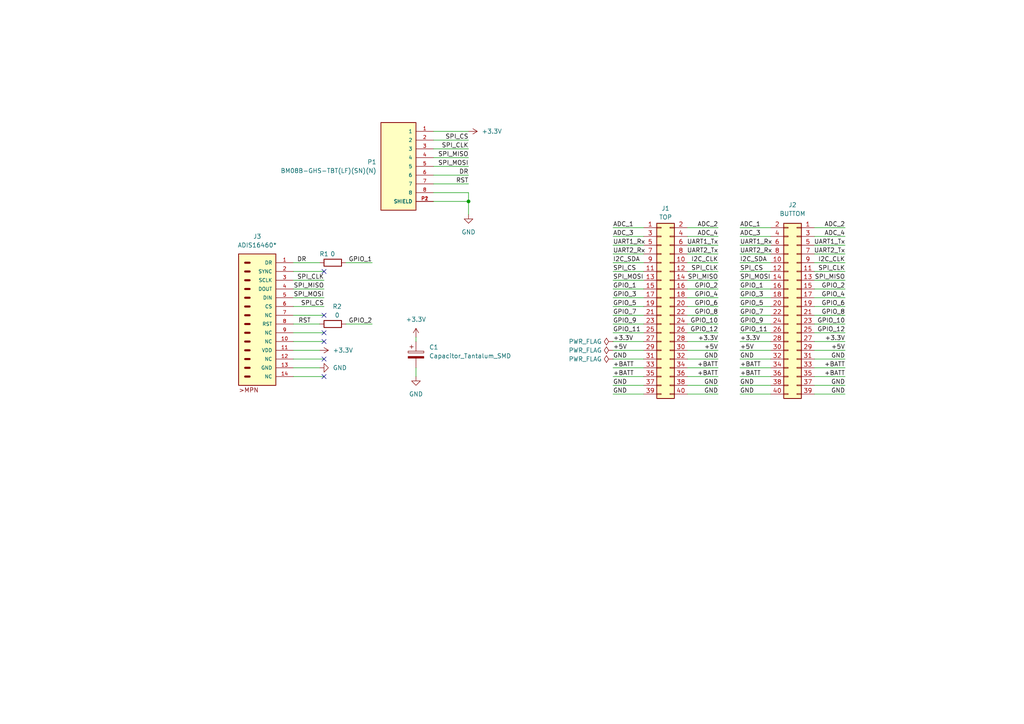
<source format=kicad_sch>
(kicad_sch (version 20230121) (generator eeschema)

  (uuid 988ee502-8596-4ebe-9b99-0eb76e7d156a)

  (paper "A4")

  (lib_symbols
    (symbol "ADIS16460_:ADIS16460*" (pin_names (offset 1.016)) (in_bom yes) (on_board yes)
      (property "Reference" "J" (at 0 0.762 0)
        (effects (font (size 1.27 1.27)) (justify left bottom))
      )
      (property "Value" "ADIS16460*" (at 0 0 0)
        (effects (font (size 1.27 1.27)) (justify bottom))
      )
      (property "Footprint" "ADIS16460" (at 0 0 0)
        (effects (font (size 1.27 1.27)) (justify bottom) hide)
      )
      (property "Datasheet" "" (at 0 0 0)
        (effects (font (size 1.27 1.27)) hide)
      )
      (property "MF" "Analog Devices, Inc." (at 0 0 0)
        (effects (font (size 1.27 1.27)) (justify bottom) hide)
      )
      (property "DKPN" "SAM1129-07-ND" (at 0 0 0)
        (effects (font (size 1.27 1.27)) (justify bottom) hide)
      )
      (property "Package" "None" (at 0 0 0)
        (effects (font (size 1.27 1.27)) (justify bottom) hide)
      )
      (property "MPN" "CLM-107-02" (at 0 0 0)
        (effects (font (size 1.27 1.27)) (justify bottom) hide)
      )
      (property "Price" "None" (at 0 0 0)
        (effects (font (size 1.27 1.27)) (justify bottom) hide)
      )
      (property "Check_prices" "https://www.snapeda.com/parts/ADIS16460/Analog+Devices/view-part/?ref=eda" (at 0 0 0)
        (effects (font (size 1.27 1.27)) (justify bottom) hide)
      )
      (property "MOPN" "" (at 0 0 0)
        (effects (font (size 1.27 1.27)) (justify bottom) hide)
      )
      (property "SnapEDA_Link" "https://www.snapeda.com/parts/ADIS16460/Analog+Devices/view-part/?ref=snap" (at 0 0 0)
        (effects (font (size 1.27 1.27)) (justify bottom) hide)
      )
      (property "MP" "ADIS16460" (at 0 0 0)
        (effects (font (size 1.27 1.27)) (justify bottom) hide)
      )
      (property "Description" "\nInertial Sensor Digital Output 3.3V Automotive 14-Pin MSM LAMINATE Tray\n" (at 0 0 0)
        (effects (font (size 1.27 1.27)) (justify bottom) hide)
      )
      (property "Availability" "In Stock" (at 0 0 0)
        (effects (font (size 1.27 1.27)) (justify bottom) hide)
      )
      (property "MANUFACTURER" "Samtec Inc." (at 0 0 0)
        (effects (font (size 1.27 1.27)) (justify bottom) hide)
      )
      (symbol "ADIS16460*_0_0"
        (polyline
          (pts
            (xy 1.905 -35.56)
            (xy 3.175 -35.56)
          )
          (stroke (width 0.6096) (type default))
          (fill (type none))
        )
        (polyline
          (pts
            (xy 1.905 -33.02)
            (xy 3.175 -33.02)
          )
          (stroke (width 0.6096) (type default))
          (fill (type none))
        )
        (polyline
          (pts
            (xy 1.905 -30.48)
            (xy 3.175 -30.48)
          )
          (stroke (width 0.6096) (type default))
          (fill (type none))
        )
        (polyline
          (pts
            (xy 1.905 -27.94)
            (xy 3.175 -27.94)
          )
          (stroke (width 0.6096) (type default))
          (fill (type none))
        )
        (polyline
          (pts
            (xy 1.905 -25.4)
            (xy 3.175 -25.4)
          )
          (stroke (width 0.6096) (type default))
          (fill (type none))
        )
        (polyline
          (pts
            (xy 1.905 -22.86)
            (xy 3.175 -22.86)
          )
          (stroke (width 0.6096) (type default))
          (fill (type none))
        )
        (polyline
          (pts
            (xy 1.905 -20.32)
            (xy 3.175 -20.32)
          )
          (stroke (width 0.6096) (type default))
          (fill (type none))
        )
        (polyline
          (pts
            (xy 1.905 -17.78)
            (xy 3.175 -17.78)
          )
          (stroke (width 0.6096) (type default))
          (fill (type none))
        )
        (polyline
          (pts
            (xy 1.905 -15.24)
            (xy 3.175 -15.24)
          )
          (stroke (width 0.6096) (type default))
          (fill (type none))
        )
        (polyline
          (pts
            (xy 1.905 -12.7)
            (xy 3.175 -12.7)
          )
          (stroke (width 0.6096) (type default))
          (fill (type none))
        )
        (polyline
          (pts
            (xy 1.905 -10.16)
            (xy 3.175 -10.16)
          )
          (stroke (width 0.6096) (type default))
          (fill (type none))
        )
        (polyline
          (pts
            (xy 1.905 -7.62)
            (xy 3.175 -7.62)
          )
          (stroke (width 0.6096) (type default))
          (fill (type none))
        )
        (polyline
          (pts
            (xy 1.905 -5.08)
            (xy 3.175 -5.08)
          )
          (stroke (width 0.6096) (type default))
          (fill (type none))
        )
        (polyline
          (pts
            (xy 1.905 -2.54)
            (xy 3.175 -2.54)
          )
          (stroke (width 0.6096) (type default))
          (fill (type none))
        )
        (rectangle (start 0 0) (end 10.795 -38.1)
          (stroke (width 0.254) (type default))
          (fill (type background))
        )
        (text ">MPN" (at 0 -38.735 0)
          (effects (font (size 1.27 1.27)) (justify left top))
        )
      )
      (symbol "ADIS16460*_1_0"
        (pin passive line (at 15.875 -2.54 180) (length 5.08)
          (name "DR" (effects (font (size 1.016 1.016))))
          (number "1" (effects (font (size 1.016 1.016))))
        )
        (pin passive line (at 15.875 -25.4 180) (length 5.08)
          (name "NC" (effects (font (size 1.016 1.016))))
          (number "10" (effects (font (size 1.016 1.016))))
        )
        (pin passive line (at 15.875 -27.94 180) (length 5.08)
          (name "VDD" (effects (font (size 1.016 1.016))))
          (number "11" (effects (font (size 1.016 1.016))))
        )
        (pin passive line (at 15.875 -30.48 180) (length 5.08)
          (name "NC" (effects (font (size 1.016 1.016))))
          (number "12" (effects (font (size 1.016 1.016))))
        )
        (pin passive line (at 15.875 -33.02 180) (length 5.08)
          (name "GND" (effects (font (size 1.016 1.016))))
          (number "13" (effects (font (size 1.016 1.016))))
        )
        (pin passive line (at 15.875 -35.56 180) (length 5.08)
          (name "NC" (effects (font (size 1.016 1.016))))
          (number "14" (effects (font (size 1.016 1.016))))
        )
        (pin passive line (at 15.875 -5.08 180) (length 5.08)
          (name "SYNC" (effects (font (size 1.016 1.016))))
          (number "2" (effects (font (size 1.016 1.016))))
        )
        (pin passive line (at 15.875 -7.62 180) (length 5.08)
          (name "SCLK" (effects (font (size 1.016 1.016))))
          (number "3" (effects (font (size 1.016 1.016))))
        )
        (pin passive line (at 15.875 -10.16 180) (length 5.08)
          (name "DOUT" (effects (font (size 1.016 1.016))))
          (number "4" (effects (font (size 1.016 1.016))))
        )
        (pin passive line (at 15.875 -12.7 180) (length 5.08)
          (name "DIN" (effects (font (size 1.016 1.016))))
          (number "5" (effects (font (size 1.016 1.016))))
        )
        (pin passive line (at 15.875 -15.24 180) (length 5.08)
          (name "CS" (effects (font (size 1.016 1.016))))
          (number "6" (effects (font (size 1.016 1.016))))
        )
        (pin passive line (at 15.875 -17.78 180) (length 5.08)
          (name "NC" (effects (font (size 1.016 1.016))))
          (number "7" (effects (font (size 1.016 1.016))))
        )
        (pin passive line (at 15.875 -20.32 180) (length 5.08)
          (name "RST" (effects (font (size 1.016 1.016))))
          (number "8" (effects (font (size 1.016 1.016))))
        )
        (pin passive line (at 15.875 -22.86 180) (length 5.08)
          (name "NC" (effects (font (size 1.016 1.016))))
          (number "9" (effects (font (size 1.016 1.016))))
        )
      )
    )
    (symbol "Connector_Generic:Conn_02x20_Odd_Even" (pin_names (offset 1.016) hide) (in_bom yes) (on_board yes)
      (property "Reference" "J" (at 1.27 25.4 0)
        (effects (font (size 1.27 1.27)))
      )
      (property "Value" "Conn_02x20_Odd_Even" (at 1.27 -27.94 0)
        (effects (font (size 1.27 1.27)))
      )
      (property "Footprint" "" (at 0 0 0)
        (effects (font (size 1.27 1.27)) hide)
      )
      (property "Datasheet" "~" (at 0 0 0)
        (effects (font (size 1.27 1.27)) hide)
      )
      (property "ki_keywords" "connector" (at 0 0 0)
        (effects (font (size 1.27 1.27)) hide)
      )
      (property "ki_description" "Generic connector, double row, 02x20, odd/even pin numbering scheme (row 1 odd numbers, row 2 even numbers), script generated (kicad-library-utils/schlib/autogen/connector/)" (at 0 0 0)
        (effects (font (size 1.27 1.27)) hide)
      )
      (property "ki_fp_filters" "Connector*:*_2x??_*" (at 0 0 0)
        (effects (font (size 1.27 1.27)) hide)
      )
      (symbol "Conn_02x20_Odd_Even_1_1"
        (rectangle (start -1.27 -25.273) (end 0 -25.527)
          (stroke (width 0.1524) (type default))
          (fill (type none))
        )
        (rectangle (start -1.27 -22.733) (end 0 -22.987)
          (stroke (width 0.1524) (type default))
          (fill (type none))
        )
        (rectangle (start -1.27 -20.193) (end 0 -20.447)
          (stroke (width 0.1524) (type default))
          (fill (type none))
        )
        (rectangle (start -1.27 -17.653) (end 0 -17.907)
          (stroke (width 0.1524) (type default))
          (fill (type none))
        )
        (rectangle (start -1.27 -15.113) (end 0 -15.367)
          (stroke (width 0.1524) (type default))
          (fill (type none))
        )
        (rectangle (start -1.27 -12.573) (end 0 -12.827)
          (stroke (width 0.1524) (type default))
          (fill (type none))
        )
        (rectangle (start -1.27 -10.033) (end 0 -10.287)
          (stroke (width 0.1524) (type default))
          (fill (type none))
        )
        (rectangle (start -1.27 -7.493) (end 0 -7.747)
          (stroke (width 0.1524) (type default))
          (fill (type none))
        )
        (rectangle (start -1.27 -4.953) (end 0 -5.207)
          (stroke (width 0.1524) (type default))
          (fill (type none))
        )
        (rectangle (start -1.27 -2.413) (end 0 -2.667)
          (stroke (width 0.1524) (type default))
          (fill (type none))
        )
        (rectangle (start -1.27 0.127) (end 0 -0.127)
          (stroke (width 0.1524) (type default))
          (fill (type none))
        )
        (rectangle (start -1.27 2.667) (end 0 2.413)
          (stroke (width 0.1524) (type default))
          (fill (type none))
        )
        (rectangle (start -1.27 5.207) (end 0 4.953)
          (stroke (width 0.1524) (type default))
          (fill (type none))
        )
        (rectangle (start -1.27 7.747) (end 0 7.493)
          (stroke (width 0.1524) (type default))
          (fill (type none))
        )
        (rectangle (start -1.27 10.287) (end 0 10.033)
          (stroke (width 0.1524) (type default))
          (fill (type none))
        )
        (rectangle (start -1.27 12.827) (end 0 12.573)
          (stroke (width 0.1524) (type default))
          (fill (type none))
        )
        (rectangle (start -1.27 15.367) (end 0 15.113)
          (stroke (width 0.1524) (type default))
          (fill (type none))
        )
        (rectangle (start -1.27 17.907) (end 0 17.653)
          (stroke (width 0.1524) (type default))
          (fill (type none))
        )
        (rectangle (start -1.27 20.447) (end 0 20.193)
          (stroke (width 0.1524) (type default))
          (fill (type none))
        )
        (rectangle (start -1.27 22.987) (end 0 22.733)
          (stroke (width 0.1524) (type default))
          (fill (type none))
        )
        (rectangle (start -1.27 24.13) (end 3.81 -26.67)
          (stroke (width 0.254) (type default))
          (fill (type background))
        )
        (rectangle (start 3.81 -25.273) (end 2.54 -25.527)
          (stroke (width 0.1524) (type default))
          (fill (type none))
        )
        (rectangle (start 3.81 -22.733) (end 2.54 -22.987)
          (stroke (width 0.1524) (type default))
          (fill (type none))
        )
        (rectangle (start 3.81 -20.193) (end 2.54 -20.447)
          (stroke (width 0.1524) (type default))
          (fill (type none))
        )
        (rectangle (start 3.81 -17.653) (end 2.54 -17.907)
          (stroke (width 0.1524) (type default))
          (fill (type none))
        )
        (rectangle (start 3.81 -15.113) (end 2.54 -15.367)
          (stroke (width 0.1524) (type default))
          (fill (type none))
        )
        (rectangle (start 3.81 -12.573) (end 2.54 -12.827)
          (stroke (width 0.1524) (type default))
          (fill (type none))
        )
        (rectangle (start 3.81 -10.033) (end 2.54 -10.287)
          (stroke (width 0.1524) (type default))
          (fill (type none))
        )
        (rectangle (start 3.81 -7.493) (end 2.54 -7.747)
          (stroke (width 0.1524) (type default))
          (fill (type none))
        )
        (rectangle (start 3.81 -4.953) (end 2.54 -5.207)
          (stroke (width 0.1524) (type default))
          (fill (type none))
        )
        (rectangle (start 3.81 -2.413) (end 2.54 -2.667)
          (stroke (width 0.1524) (type default))
          (fill (type none))
        )
        (rectangle (start 3.81 0.127) (end 2.54 -0.127)
          (stroke (width 0.1524) (type default))
          (fill (type none))
        )
        (rectangle (start 3.81 2.667) (end 2.54 2.413)
          (stroke (width 0.1524) (type default))
          (fill (type none))
        )
        (rectangle (start 3.81 5.207) (end 2.54 4.953)
          (stroke (width 0.1524) (type default))
          (fill (type none))
        )
        (rectangle (start 3.81 7.747) (end 2.54 7.493)
          (stroke (width 0.1524) (type default))
          (fill (type none))
        )
        (rectangle (start 3.81 10.287) (end 2.54 10.033)
          (stroke (width 0.1524) (type default))
          (fill (type none))
        )
        (rectangle (start 3.81 12.827) (end 2.54 12.573)
          (stroke (width 0.1524) (type default))
          (fill (type none))
        )
        (rectangle (start 3.81 15.367) (end 2.54 15.113)
          (stroke (width 0.1524) (type default))
          (fill (type none))
        )
        (rectangle (start 3.81 17.907) (end 2.54 17.653)
          (stroke (width 0.1524) (type default))
          (fill (type none))
        )
        (rectangle (start 3.81 20.447) (end 2.54 20.193)
          (stroke (width 0.1524) (type default))
          (fill (type none))
        )
        (rectangle (start 3.81 22.987) (end 2.54 22.733)
          (stroke (width 0.1524) (type default))
          (fill (type none))
        )
        (pin passive line (at -5.08 22.86 0) (length 3.81)
          (name "Pin_1" (effects (font (size 1.27 1.27))))
          (number "1" (effects (font (size 1.27 1.27))))
        )
        (pin passive line (at 7.62 12.7 180) (length 3.81)
          (name "Pin_10" (effects (font (size 1.27 1.27))))
          (number "10" (effects (font (size 1.27 1.27))))
        )
        (pin passive line (at -5.08 10.16 0) (length 3.81)
          (name "Pin_11" (effects (font (size 1.27 1.27))))
          (number "11" (effects (font (size 1.27 1.27))))
        )
        (pin passive line (at 7.62 10.16 180) (length 3.81)
          (name "Pin_12" (effects (font (size 1.27 1.27))))
          (number "12" (effects (font (size 1.27 1.27))))
        )
        (pin passive line (at -5.08 7.62 0) (length 3.81)
          (name "Pin_13" (effects (font (size 1.27 1.27))))
          (number "13" (effects (font (size 1.27 1.27))))
        )
        (pin passive line (at 7.62 7.62 180) (length 3.81)
          (name "Pin_14" (effects (font (size 1.27 1.27))))
          (number "14" (effects (font (size 1.27 1.27))))
        )
        (pin passive line (at -5.08 5.08 0) (length 3.81)
          (name "Pin_15" (effects (font (size 1.27 1.27))))
          (number "15" (effects (font (size 1.27 1.27))))
        )
        (pin passive line (at 7.62 5.08 180) (length 3.81)
          (name "Pin_16" (effects (font (size 1.27 1.27))))
          (number "16" (effects (font (size 1.27 1.27))))
        )
        (pin passive line (at -5.08 2.54 0) (length 3.81)
          (name "Pin_17" (effects (font (size 1.27 1.27))))
          (number "17" (effects (font (size 1.27 1.27))))
        )
        (pin passive line (at 7.62 2.54 180) (length 3.81)
          (name "Pin_18" (effects (font (size 1.27 1.27))))
          (number "18" (effects (font (size 1.27 1.27))))
        )
        (pin passive line (at -5.08 0 0) (length 3.81)
          (name "Pin_19" (effects (font (size 1.27 1.27))))
          (number "19" (effects (font (size 1.27 1.27))))
        )
        (pin passive line (at 7.62 22.86 180) (length 3.81)
          (name "Pin_2" (effects (font (size 1.27 1.27))))
          (number "2" (effects (font (size 1.27 1.27))))
        )
        (pin passive line (at 7.62 0 180) (length 3.81)
          (name "Pin_20" (effects (font (size 1.27 1.27))))
          (number "20" (effects (font (size 1.27 1.27))))
        )
        (pin passive line (at -5.08 -2.54 0) (length 3.81)
          (name "Pin_21" (effects (font (size 1.27 1.27))))
          (number "21" (effects (font (size 1.27 1.27))))
        )
        (pin passive line (at 7.62 -2.54 180) (length 3.81)
          (name "Pin_22" (effects (font (size 1.27 1.27))))
          (number "22" (effects (font (size 1.27 1.27))))
        )
        (pin passive line (at -5.08 -5.08 0) (length 3.81)
          (name "Pin_23" (effects (font (size 1.27 1.27))))
          (number "23" (effects (font (size 1.27 1.27))))
        )
        (pin passive line (at 7.62 -5.08 180) (length 3.81)
          (name "Pin_24" (effects (font (size 1.27 1.27))))
          (number "24" (effects (font (size 1.27 1.27))))
        )
        (pin passive line (at -5.08 -7.62 0) (length 3.81)
          (name "Pin_25" (effects (font (size 1.27 1.27))))
          (number "25" (effects (font (size 1.27 1.27))))
        )
        (pin passive line (at 7.62 -7.62 180) (length 3.81)
          (name "Pin_26" (effects (font (size 1.27 1.27))))
          (number "26" (effects (font (size 1.27 1.27))))
        )
        (pin passive line (at -5.08 -10.16 0) (length 3.81)
          (name "Pin_27" (effects (font (size 1.27 1.27))))
          (number "27" (effects (font (size 1.27 1.27))))
        )
        (pin passive line (at 7.62 -10.16 180) (length 3.81)
          (name "Pin_28" (effects (font (size 1.27 1.27))))
          (number "28" (effects (font (size 1.27 1.27))))
        )
        (pin passive line (at -5.08 -12.7 0) (length 3.81)
          (name "Pin_29" (effects (font (size 1.27 1.27))))
          (number "29" (effects (font (size 1.27 1.27))))
        )
        (pin passive line (at -5.08 20.32 0) (length 3.81)
          (name "Pin_3" (effects (font (size 1.27 1.27))))
          (number "3" (effects (font (size 1.27 1.27))))
        )
        (pin passive line (at 7.62 -12.7 180) (length 3.81)
          (name "Pin_30" (effects (font (size 1.27 1.27))))
          (number "30" (effects (font (size 1.27 1.27))))
        )
        (pin passive line (at -5.08 -15.24 0) (length 3.81)
          (name "Pin_31" (effects (font (size 1.27 1.27))))
          (number "31" (effects (font (size 1.27 1.27))))
        )
        (pin passive line (at 7.62 -15.24 180) (length 3.81)
          (name "Pin_32" (effects (font (size 1.27 1.27))))
          (number "32" (effects (font (size 1.27 1.27))))
        )
        (pin passive line (at -5.08 -17.78 0) (length 3.81)
          (name "Pin_33" (effects (font (size 1.27 1.27))))
          (number "33" (effects (font (size 1.27 1.27))))
        )
        (pin passive line (at 7.62 -17.78 180) (length 3.81)
          (name "Pin_34" (effects (font (size 1.27 1.27))))
          (number "34" (effects (font (size 1.27 1.27))))
        )
        (pin passive line (at -5.08 -20.32 0) (length 3.81)
          (name "Pin_35" (effects (font (size 1.27 1.27))))
          (number "35" (effects (font (size 1.27 1.27))))
        )
        (pin passive line (at 7.62 -20.32 180) (length 3.81)
          (name "Pin_36" (effects (font (size 1.27 1.27))))
          (number "36" (effects (font (size 1.27 1.27))))
        )
        (pin passive line (at -5.08 -22.86 0) (length 3.81)
          (name "Pin_37" (effects (font (size 1.27 1.27))))
          (number "37" (effects (font (size 1.27 1.27))))
        )
        (pin passive line (at 7.62 -22.86 180) (length 3.81)
          (name "Pin_38" (effects (font (size 1.27 1.27))))
          (number "38" (effects (font (size 1.27 1.27))))
        )
        (pin passive line (at -5.08 -25.4 0) (length 3.81)
          (name "Pin_39" (effects (font (size 1.27 1.27))))
          (number "39" (effects (font (size 1.27 1.27))))
        )
        (pin passive line (at 7.62 20.32 180) (length 3.81)
          (name "Pin_4" (effects (font (size 1.27 1.27))))
          (number "4" (effects (font (size 1.27 1.27))))
        )
        (pin passive line (at 7.62 -25.4 180) (length 3.81)
          (name "Pin_40" (effects (font (size 1.27 1.27))))
          (number "40" (effects (font (size 1.27 1.27))))
        )
        (pin passive line (at -5.08 17.78 0) (length 3.81)
          (name "Pin_5" (effects (font (size 1.27 1.27))))
          (number "5" (effects (font (size 1.27 1.27))))
        )
        (pin passive line (at 7.62 17.78 180) (length 3.81)
          (name "Pin_6" (effects (font (size 1.27 1.27))))
          (number "6" (effects (font (size 1.27 1.27))))
        )
        (pin passive line (at -5.08 15.24 0) (length 3.81)
          (name "Pin_7" (effects (font (size 1.27 1.27))))
          (number "7" (effects (font (size 1.27 1.27))))
        )
        (pin passive line (at 7.62 15.24 180) (length 3.81)
          (name "Pin_8" (effects (font (size 1.27 1.27))))
          (number "8" (effects (font (size 1.27 1.27))))
        )
        (pin passive line (at -5.08 12.7 0) (length 3.81)
          (name "Pin_9" (effects (font (size 1.27 1.27))))
          (number "9" (effects (font (size 1.27 1.27))))
        )
      )
    )
    (symbol "Device:C_Polarized" (pin_numbers hide) (pin_names (offset 0.254)) (in_bom yes) (on_board yes)
      (property "Reference" "C" (at 0.635 2.54 0)
        (effects (font (size 1.27 1.27)) (justify left))
      )
      (property "Value" "C_Polarized" (at 0.635 -2.54 0)
        (effects (font (size 1.27 1.27)) (justify left))
      )
      (property "Footprint" "" (at 0.9652 -3.81 0)
        (effects (font (size 1.27 1.27)) hide)
      )
      (property "Datasheet" "~" (at 0 0 0)
        (effects (font (size 1.27 1.27)) hide)
      )
      (property "ki_keywords" "cap capacitor" (at 0 0 0)
        (effects (font (size 1.27 1.27)) hide)
      )
      (property "ki_description" "Polarized capacitor" (at 0 0 0)
        (effects (font (size 1.27 1.27)) hide)
      )
      (property "ki_fp_filters" "CP_*" (at 0 0 0)
        (effects (font (size 1.27 1.27)) hide)
      )
      (symbol "C_Polarized_0_1"
        (rectangle (start -2.286 0.508) (end 2.286 1.016)
          (stroke (width 0) (type default))
          (fill (type none))
        )
        (polyline
          (pts
            (xy -1.778 2.286)
            (xy -0.762 2.286)
          )
          (stroke (width 0) (type default))
          (fill (type none))
        )
        (polyline
          (pts
            (xy -1.27 2.794)
            (xy -1.27 1.778)
          )
          (stroke (width 0) (type default))
          (fill (type none))
        )
        (rectangle (start 2.286 -0.508) (end -2.286 -1.016)
          (stroke (width 0) (type default))
          (fill (type outline))
        )
      )
      (symbol "C_Polarized_1_1"
        (pin passive line (at 0 3.81 270) (length 2.794)
          (name "~" (effects (font (size 1.27 1.27))))
          (number "1" (effects (font (size 1.27 1.27))))
        )
        (pin passive line (at 0 -3.81 90) (length 2.794)
          (name "~" (effects (font (size 1.27 1.27))))
          (number "2" (effects (font (size 1.27 1.27))))
        )
      )
    )
    (symbol "Device:R" (pin_numbers hide) (pin_names (offset 0)) (in_bom yes) (on_board yes)
      (property "Reference" "R" (at 2.032 0 90)
        (effects (font (size 1.27 1.27)))
      )
      (property "Value" "R" (at 0 0 90)
        (effects (font (size 1.27 1.27)))
      )
      (property "Footprint" "" (at -1.778 0 90)
        (effects (font (size 1.27 1.27)) hide)
      )
      (property "Datasheet" "~" (at 0 0 0)
        (effects (font (size 1.27 1.27)) hide)
      )
      (property "ki_keywords" "R res resistor" (at 0 0 0)
        (effects (font (size 1.27 1.27)) hide)
      )
      (property "ki_description" "Resistor" (at 0 0 0)
        (effects (font (size 1.27 1.27)) hide)
      )
      (property "ki_fp_filters" "R_*" (at 0 0 0)
        (effects (font (size 1.27 1.27)) hide)
      )
      (symbol "R_0_1"
        (rectangle (start -1.016 -2.54) (end 1.016 2.54)
          (stroke (width 0.254) (type default))
          (fill (type none))
        )
      )
      (symbol "R_1_1"
        (pin passive line (at 0 3.81 270) (length 1.27)
          (name "~" (effects (font (size 1.27 1.27))))
          (number "1" (effects (font (size 1.27 1.27))))
        )
        (pin passive line (at 0 -3.81 90) (length 1.27)
          (name "~" (effects (font (size 1.27 1.27))))
          (number "2" (effects (font (size 1.27 1.27))))
        )
      )
    )
    (symbol "JST-GHS-1.25-BM08B:BM08B-GHS-TBT(LF)(SN)(N)" (pin_names (offset 1.016)) (in_bom yes) (on_board yes)
      (property "Reference" "P" (at -5.0834 13.2525 0)
        (effects (font (size 1.27 1.27)) (justify left bottom))
      )
      (property "Value" "BM08B-GHS-TBT(LF)(SN)(N)" (at -5.0875 -15.2964 0)
        (effects (font (size 1.27 1.27)) (justify left bottom))
      )
      (property "Footprint" "JST_BM08B-GHS-TBT(LF)(SN)(N)" (at 0 0 0)
        (effects (font (size 1.27 1.27)) (justify bottom) hide)
      )
      (property "Datasheet" "" (at 0 0 0)
        (effects (font (size 1.27 1.27)) hide)
      )
      (property "DESCRIPTION" "Conn Header Gh Top 8pos 1.25mm" (at 0 0 0)
        (effects (font (size 1.27 1.27)) (justify bottom) hide)
      )
      (property "PACKAGE" "None" (at 0 0 0)
        (effects (font (size 1.27 1.27)) (justify bottom) hide)
      )
      (property "PRICE" "0.40 USD" (at 0 0 0)
        (effects (font (size 1.27 1.27)) (justify bottom) hide)
      )
      (property "STANDARD" "Manufacturer recommendation" (at 0 0 0)
        (effects (font (size 1.27 1.27)) (justify bottom) hide)
      )
      (property "MP" "BM08B-GHS-TBT_LF__SN__N_" (at 0 0 0)
        (effects (font (size 1.27 1.27)) (justify bottom) hide)
      )
      (property "AVAILABILITY" "Good" (at 0 0 0)
        (effects (font (size 1.27 1.27)) (justify bottom) hide)
      )
      (property "MANUFACTURER" "JST" (at 0 0 0)
        (effects (font (size 1.27 1.27)) (justify bottom) hide)
      )
      (symbol "BM08B-GHS-TBT(LF)(SN)(N)_0_0"
        (rectangle (start -5.08 -12.7) (end 5.08 12.7)
          (stroke (width 0.254) (type default))
          (fill (type background))
        )
        (pin passive line (at -10.16 10.16 0) (length 5.08)
          (name "1" (effects (font (size 1.016 1.016))))
          (number "1" (effects (font (size 1.016 1.016))))
        )
        (pin passive line (at -10.16 7.62 0) (length 5.08)
          (name "2" (effects (font (size 1.016 1.016))))
          (number "2" (effects (font (size 1.016 1.016))))
        )
        (pin passive line (at -10.16 5.08 0) (length 5.08)
          (name "3" (effects (font (size 1.016 1.016))))
          (number "3" (effects (font (size 1.016 1.016))))
        )
        (pin passive line (at -10.16 2.54 0) (length 5.08)
          (name "4" (effects (font (size 1.016 1.016))))
          (number "4" (effects (font (size 1.016 1.016))))
        )
        (pin passive line (at -10.16 0 0) (length 5.08)
          (name "5" (effects (font (size 1.016 1.016))))
          (number "5" (effects (font (size 1.016 1.016))))
        )
        (pin passive line (at -10.16 -2.54 0) (length 5.08)
          (name "6" (effects (font (size 1.016 1.016))))
          (number "6" (effects (font (size 1.016 1.016))))
        )
        (pin passive line (at -10.16 -5.08 0) (length 5.08)
          (name "7" (effects (font (size 1.016 1.016))))
          (number "7" (effects (font (size 1.016 1.016))))
        )
        (pin passive line (at -10.16 -7.62 0) (length 5.08)
          (name "8" (effects (font (size 1.016 1.016))))
          (number "8" (effects (font (size 1.016 1.016))))
        )
        (pin passive line (at -10.16 -10.16 0) (length 5.08)
          (name "SHIELD" (effects (font (size 1.016 1.016))))
          (number "P1" (effects (font (size 1.016 1.016))))
        )
        (pin passive line (at -10.16 -10.16 0) (length 5.08)
          (name "SHIELD" (effects (font (size 1.016 1.016))))
          (number "P2" (effects (font (size 1.016 1.016))))
        )
      )
    )
    (symbol "power:+3.3V" (power) (pin_names (offset 0)) (in_bom yes) (on_board yes)
      (property "Reference" "#PWR" (at 0 -3.81 0)
        (effects (font (size 1.27 1.27)) hide)
      )
      (property "Value" "+3.3V" (at 0 3.556 0)
        (effects (font (size 1.27 1.27)))
      )
      (property "Footprint" "" (at 0 0 0)
        (effects (font (size 1.27 1.27)) hide)
      )
      (property "Datasheet" "" (at 0 0 0)
        (effects (font (size 1.27 1.27)) hide)
      )
      (property "ki_keywords" "global power" (at 0 0 0)
        (effects (font (size 1.27 1.27)) hide)
      )
      (property "ki_description" "Power symbol creates a global label with name \"+3.3V\"" (at 0 0 0)
        (effects (font (size 1.27 1.27)) hide)
      )
      (symbol "+3.3V_0_1"
        (polyline
          (pts
            (xy -0.762 1.27)
            (xy 0 2.54)
          )
          (stroke (width 0) (type default))
          (fill (type none))
        )
        (polyline
          (pts
            (xy 0 0)
            (xy 0 2.54)
          )
          (stroke (width 0) (type default))
          (fill (type none))
        )
        (polyline
          (pts
            (xy 0 2.54)
            (xy 0.762 1.27)
          )
          (stroke (width 0) (type default))
          (fill (type none))
        )
      )
      (symbol "+3.3V_1_1"
        (pin power_in line (at 0 0 90) (length 0) hide
          (name "+3.3V" (effects (font (size 1.27 1.27))))
          (number "1" (effects (font (size 1.27 1.27))))
        )
      )
    )
    (symbol "power:GND" (power) (pin_names (offset 0)) (in_bom yes) (on_board yes)
      (property "Reference" "#PWR" (at 0 -6.35 0)
        (effects (font (size 1.27 1.27)) hide)
      )
      (property "Value" "GND" (at 0 -3.81 0)
        (effects (font (size 1.27 1.27)))
      )
      (property "Footprint" "" (at 0 0 0)
        (effects (font (size 1.27 1.27)) hide)
      )
      (property "Datasheet" "" (at 0 0 0)
        (effects (font (size 1.27 1.27)) hide)
      )
      (property "ki_keywords" "global power" (at 0 0 0)
        (effects (font (size 1.27 1.27)) hide)
      )
      (property "ki_description" "Power symbol creates a global label with name \"GND\" , ground" (at 0 0 0)
        (effects (font (size 1.27 1.27)) hide)
      )
      (symbol "GND_0_1"
        (polyline
          (pts
            (xy 0 0)
            (xy 0 -1.27)
            (xy 1.27 -1.27)
            (xy 0 -2.54)
            (xy -1.27 -1.27)
            (xy 0 -1.27)
          )
          (stroke (width 0) (type default))
          (fill (type none))
        )
      )
      (symbol "GND_1_1"
        (pin power_in line (at 0 0 270) (length 0) hide
          (name "GND" (effects (font (size 1.27 1.27))))
          (number "1" (effects (font (size 1.27 1.27))))
        )
      )
    )
    (symbol "power:PWR_FLAG" (power) (pin_numbers hide) (pin_names (offset 0) hide) (in_bom yes) (on_board yes)
      (property "Reference" "#FLG" (at 0 1.905 0)
        (effects (font (size 1.27 1.27)) hide)
      )
      (property "Value" "PWR_FLAG" (at 0 3.81 0)
        (effects (font (size 1.27 1.27)))
      )
      (property "Footprint" "" (at 0 0 0)
        (effects (font (size 1.27 1.27)) hide)
      )
      (property "Datasheet" "~" (at 0 0 0)
        (effects (font (size 1.27 1.27)) hide)
      )
      (property "ki_keywords" "flag power" (at 0 0 0)
        (effects (font (size 1.27 1.27)) hide)
      )
      (property "ki_description" "Special symbol for telling ERC where power comes from" (at 0 0 0)
        (effects (font (size 1.27 1.27)) hide)
      )
      (symbol "PWR_FLAG_0_0"
        (pin power_out line (at 0 0 90) (length 0)
          (name "pwr" (effects (font (size 1.27 1.27))))
          (number "1" (effects (font (size 1.27 1.27))))
        )
      )
      (symbol "PWR_FLAG_0_1"
        (polyline
          (pts
            (xy 0 0)
            (xy 0 1.27)
            (xy -1.016 1.905)
            (xy 0 2.54)
            (xy 1.016 1.905)
            (xy 0 1.27)
          )
          (stroke (width 0) (type default))
          (fill (type none))
        )
      )
    )
  )

  (junction (at 135.89 58.42) (diameter 0) (color 0 0 0 0)
    (uuid 8c085824-59f5-4b3e-a1ea-b5f836a8d3c3)
  )

  (no_connect (at 93.98 78.74) (uuid 00dc31e2-aa90-4716-9abb-0ca52a131916))
  (no_connect (at 93.98 91.44) (uuid 7dc022d1-da9b-47ea-9d82-f04509015e07))
  (no_connect (at 93.98 104.14) (uuid 9249bca1-faed-4d07-9606-e6b52d934ba2))
  (no_connect (at 93.98 99.06) (uuid c0a55179-bbf5-4dc6-b5a7-78091317e086))
  (no_connect (at 93.98 109.22) (uuid dca9c2d4-69a4-436f-ac7e-94786e53a10f))
  (no_connect (at 93.98 96.52) (uuid e73196c3-5ac9-4cec-badf-5c3bb25038cc))

  (wire (pts (xy 245.11 93.98) (xy 236.22 93.98))
    (stroke (width 0) (type default))
    (uuid 0012bb54-33de-4e74-a75c-9dd9a5fd68f7)
  )
  (wire (pts (xy 177.8 78.74) (xy 186.69 78.74))
    (stroke (width 0) (type default))
    (uuid 02311db7-67ce-43f2-bdf6-5a574d4ad738)
  )
  (wire (pts (xy 177.8 83.82) (xy 186.69 83.82))
    (stroke (width 0) (type default))
    (uuid 039cac68-203c-4e13-b0da-915e225bf9f9)
  )
  (wire (pts (xy 208.28 104.14) (xy 199.39 104.14))
    (stroke (width 0) (type default))
    (uuid 06724cc7-642f-4de8-89e8-6be1fd7a82db)
  )
  (wire (pts (xy 208.28 78.74) (xy 199.39 78.74))
    (stroke (width 0) (type default))
    (uuid 0ab8c290-b086-4aa8-9123-7ed81441e27b)
  )
  (wire (pts (xy 245.11 81.28) (xy 236.22 81.28))
    (stroke (width 0) (type default))
    (uuid 1398e6c0-fb6f-4e50-8634-ff137706ae85)
  )
  (wire (pts (xy 214.63 104.14) (xy 223.52 104.14))
    (stroke (width 0) (type default))
    (uuid 13eb039b-f370-4769-8df3-b37129be8948)
  )
  (wire (pts (xy 120.65 106.68) (xy 120.65 109.22))
    (stroke (width 0) (type default))
    (uuid 165f1aa9-3d86-412c-a593-0f52984afa7e)
  )
  (wire (pts (xy 85.09 83.82) (xy 93.98 83.82))
    (stroke (width 0) (type default))
    (uuid 1968a974-0c8c-4e07-ae30-2609cae5a152)
  )
  (wire (pts (xy 177.8 96.52) (xy 186.69 96.52))
    (stroke (width 0) (type default))
    (uuid 1aa510ee-f83e-40d2-a453-b576c6dae9ba)
  )
  (wire (pts (xy 208.28 86.36) (xy 199.39 86.36))
    (stroke (width 0) (type default))
    (uuid 1becb290-9dc3-4067-879d-f168bd9c751e)
  )
  (wire (pts (xy 85.09 106.68) (xy 92.71 106.68))
    (stroke (width 0) (type default))
    (uuid 1f02f01b-fab2-401e-9ef5-6f6679a72bc2)
  )
  (wire (pts (xy 125.73 53.34) (xy 135.89 53.34))
    (stroke (width 0) (type default))
    (uuid 23742c66-63f0-48d9-9793-8ef099a3d837)
  )
  (wire (pts (xy 214.63 101.6) (xy 223.52 101.6))
    (stroke (width 0) (type default))
    (uuid 25c2e4bc-8e9f-4373-8154-1dc8b3197c90)
  )
  (wire (pts (xy 85.09 104.14) (xy 93.98 104.14))
    (stroke (width 0) (type default))
    (uuid 264d8d1b-7576-4609-8977-75a76835e34b)
  )
  (wire (pts (xy 177.8 93.98) (xy 186.69 93.98))
    (stroke (width 0) (type default))
    (uuid 2b9b9c70-3009-4eda-a84f-ff2e0aa83940)
  )
  (wire (pts (xy 177.8 66.04) (xy 186.69 66.04))
    (stroke (width 0) (type default))
    (uuid 2e4a68a6-a7b7-4050-be7f-aaed7d6712ad)
  )
  (wire (pts (xy 125.73 50.8) (xy 135.89 50.8))
    (stroke (width 0) (type default))
    (uuid 3659f785-80f9-4f83-8773-59dc3fe2ec69)
  )
  (wire (pts (xy 177.8 76.2) (xy 186.69 76.2))
    (stroke (width 0) (type default))
    (uuid 3704a083-6a25-4be3-962a-f2a020404a12)
  )
  (wire (pts (xy 177.8 81.28) (xy 186.69 81.28))
    (stroke (width 0) (type default))
    (uuid 3e7917b5-d533-4cce-9fd0-0708a54e892f)
  )
  (wire (pts (xy 125.73 38.1) (xy 135.89 38.1))
    (stroke (width 0) (type default))
    (uuid 3e8e9774-fffb-4a93-bd8c-e0eba516c6f4)
  )
  (wire (pts (xy 177.8 73.66) (xy 186.69 73.66))
    (stroke (width 0) (type default))
    (uuid 4112a9f6-28a6-4825-a590-bb8bece34720)
  )
  (wire (pts (xy 245.11 96.52) (xy 236.22 96.52))
    (stroke (width 0) (type default))
    (uuid 42f51c89-e474-4606-97e1-29bcac060e3a)
  )
  (wire (pts (xy 214.63 114.3) (xy 223.52 114.3))
    (stroke (width 0) (type default))
    (uuid 44132994-ae4a-4421-8ca6-d4536853c36b)
  )
  (wire (pts (xy 214.63 99.06) (xy 223.52 99.06))
    (stroke (width 0) (type default))
    (uuid 45f9abfb-bf5b-4ca2-be06-c8808a01a70e)
  )
  (wire (pts (xy 208.28 73.66) (xy 199.39 73.66))
    (stroke (width 0) (type default))
    (uuid 47a30c40-2f12-4896-b3ad-187aa5a9d350)
  )
  (wire (pts (xy 208.28 66.04) (xy 199.39 66.04))
    (stroke (width 0) (type default))
    (uuid 48b6f9da-2fee-4740-bdea-a6f29bf435b6)
  )
  (wire (pts (xy 245.11 76.2) (xy 236.22 76.2))
    (stroke (width 0) (type default))
    (uuid 4a7c8340-bb22-435a-b474-4e39f8b354d2)
  )
  (wire (pts (xy 85.09 86.36) (xy 93.98 86.36))
    (stroke (width 0) (type default))
    (uuid 50853b5f-1517-45fb-b1f8-d53762c37cac)
  )
  (wire (pts (xy 208.28 114.3) (xy 199.39 114.3))
    (stroke (width 0) (type default))
    (uuid 520040aa-2fa8-4c36-bfd3-8c1d9ff414e9)
  )
  (wire (pts (xy 245.11 78.74) (xy 236.22 78.74))
    (stroke (width 0) (type default))
    (uuid 54967ed4-85f4-4a33-9a1f-0490acd23307)
  )
  (wire (pts (xy 208.28 88.9) (xy 199.39 88.9))
    (stroke (width 0) (type default))
    (uuid 5798694e-42ad-433b-8f0e-2c66514ce3fb)
  )
  (wire (pts (xy 245.11 114.3) (xy 236.22 114.3))
    (stroke (width 0) (type default))
    (uuid 5a1d4a88-22f5-4728-b32e-5531a56943ad)
  )
  (wire (pts (xy 125.73 55.88) (xy 135.89 55.88))
    (stroke (width 0) (type default))
    (uuid 5be16fdc-dd2c-42d5-b4df-fd537622f5a5)
  )
  (wire (pts (xy 177.8 86.36) (xy 186.69 86.36))
    (stroke (width 0) (type default))
    (uuid 5c6fb8fa-fb84-46ff-9e6c-579c9f66c0b7)
  )
  (wire (pts (xy 245.11 104.14) (xy 236.22 104.14))
    (stroke (width 0) (type default))
    (uuid 5f5f44c2-6fce-4f02-b73c-9522e46f12bf)
  )
  (wire (pts (xy 214.63 111.76) (xy 223.52 111.76))
    (stroke (width 0) (type default))
    (uuid 61508450-d06b-4e5a-84b4-51ffea52733e)
  )
  (wire (pts (xy 177.8 109.22) (xy 186.69 109.22))
    (stroke (width 0) (type default))
    (uuid 64bb6182-29c0-4ef5-937c-29b2c027ff40)
  )
  (wire (pts (xy 214.63 96.52) (xy 223.52 96.52))
    (stroke (width 0) (type default))
    (uuid 64c6958a-b1e2-4cb6-ac36-108855218177)
  )
  (wire (pts (xy 85.09 99.06) (xy 93.98 99.06))
    (stroke (width 0) (type default))
    (uuid 64c755ff-f4b9-48a9-b404-61b10710f9d6)
  )
  (wire (pts (xy 177.8 71.12) (xy 186.69 71.12))
    (stroke (width 0) (type default))
    (uuid 673d6f32-f3b5-4336-b8e4-5cefe3bf4b03)
  )
  (wire (pts (xy 125.73 48.26) (xy 135.89 48.26))
    (stroke (width 0) (type default))
    (uuid 67fda0a4-7203-44c9-9c75-3ee5b59de728)
  )
  (wire (pts (xy 177.8 106.68) (xy 186.69 106.68))
    (stroke (width 0) (type default))
    (uuid 6a9c5d18-1490-4b17-842a-f858c9d88aac)
  )
  (wire (pts (xy 214.63 66.04) (xy 223.52 66.04))
    (stroke (width 0) (type default))
    (uuid 6b9193e6-0030-433e-90e1-c5db974acbe2)
  )
  (wire (pts (xy 245.11 101.6) (xy 236.22 101.6))
    (stroke (width 0) (type default))
    (uuid 6b9b7bdf-0e61-4f1e-808c-fa3def4bd0e1)
  )
  (wire (pts (xy 208.28 111.76) (xy 199.39 111.76))
    (stroke (width 0) (type default))
    (uuid 6ba9c39d-3dd8-42ac-a1a7-1f236b295282)
  )
  (wire (pts (xy 177.8 104.14) (xy 186.69 104.14))
    (stroke (width 0) (type default))
    (uuid 6e3d9a1a-a188-4e12-8900-00b64086eecd)
  )
  (wire (pts (xy 177.8 68.58) (xy 186.69 68.58))
    (stroke (width 0) (type default))
    (uuid 6fc8f884-0cbb-4b34-8965-805323e6d60f)
  )
  (wire (pts (xy 208.28 76.2) (xy 199.39 76.2))
    (stroke (width 0) (type default))
    (uuid 7084b202-0a9a-42ed-8aa5-4b6e26cdceca)
  )
  (wire (pts (xy 177.8 111.76) (xy 186.69 111.76))
    (stroke (width 0) (type default))
    (uuid 7150d982-d614-4af0-8e67-74af2d2fe5bd)
  )
  (wire (pts (xy 245.11 68.58) (xy 236.22 68.58))
    (stroke (width 0) (type default))
    (uuid 71879aa0-e1c9-4112-8a10-052e774027db)
  )
  (wire (pts (xy 214.63 83.82) (xy 223.52 83.82))
    (stroke (width 0) (type default))
    (uuid 71e9d6be-0f5c-4954-a708-178c559cea21)
  )
  (wire (pts (xy 214.63 109.22) (xy 223.52 109.22))
    (stroke (width 0) (type default))
    (uuid 71fb6da2-7215-481c-a9a9-bc9a0f39c9c8)
  )
  (wire (pts (xy 85.09 109.22) (xy 93.98 109.22))
    (stroke (width 0) (type default))
    (uuid 728fc2c3-67ed-41ee-8cc0-dd77bac72b31)
  )
  (wire (pts (xy 85.09 76.2) (xy 92.71 76.2))
    (stroke (width 0) (type default))
    (uuid 73515ab6-61fa-4e66-bb2d-939f1a85b3b7)
  )
  (wire (pts (xy 85.09 88.9) (xy 93.98 88.9))
    (stroke (width 0) (type default))
    (uuid 79afb314-82db-4ca2-a7e5-b23bcd937db8)
  )
  (wire (pts (xy 177.8 91.44) (xy 186.69 91.44))
    (stroke (width 0) (type default))
    (uuid 7c36ab54-15e8-4e38-9cf1-17529e76c5b2)
  )
  (wire (pts (xy 85.09 101.6) (xy 92.71 101.6))
    (stroke (width 0) (type default))
    (uuid 7cea5e5b-2641-4cf1-8870-85d33d62f002)
  )
  (wire (pts (xy 208.28 109.22) (xy 199.39 109.22))
    (stroke (width 0) (type default))
    (uuid 7d8541a1-147a-4031-9ac6-bcfb8214a606)
  )
  (wire (pts (xy 177.8 88.9) (xy 186.69 88.9))
    (stroke (width 0) (type default))
    (uuid 7f3b5dec-730a-429b-b18a-5ab9fd19cbbd)
  )
  (wire (pts (xy 208.28 81.28) (xy 199.39 81.28))
    (stroke (width 0) (type default))
    (uuid 814a678b-268d-4bf4-80cb-30bbbd7765a7)
  )
  (wire (pts (xy 208.28 96.52) (xy 199.39 96.52))
    (stroke (width 0) (type default))
    (uuid 85b667ee-108d-4a8f-8e57-2a877919ca14)
  )
  (wire (pts (xy 214.63 93.98) (xy 223.52 93.98))
    (stroke (width 0) (type default))
    (uuid 8c71d974-7792-45b4-bbba-b7b49d18b0e1)
  )
  (wire (pts (xy 208.28 83.82) (xy 199.39 83.82))
    (stroke (width 0) (type default))
    (uuid 8ce731b7-6885-4861-9876-594a77d37aac)
  )
  (wire (pts (xy 245.11 66.04) (xy 236.22 66.04))
    (stroke (width 0) (type default))
    (uuid 8f38d3e4-4c3a-4d61-b03d-431b4a12803f)
  )
  (wire (pts (xy 120.65 97.79) (xy 120.65 99.06))
    (stroke (width 0) (type default))
    (uuid 91c3237b-ea31-4cd0-b4c3-e811ab03fa53)
  )
  (wire (pts (xy 135.89 55.88) (xy 135.89 58.42))
    (stroke (width 0) (type default))
    (uuid 96d21d7e-7315-48b6-844f-187604375b02)
  )
  (wire (pts (xy 245.11 111.76) (xy 236.22 111.76))
    (stroke (width 0) (type default))
    (uuid 9a97440e-4f69-48f5-85d1-493a23103821)
  )
  (wire (pts (xy 245.11 91.44) (xy 236.22 91.44))
    (stroke (width 0) (type default))
    (uuid 9cb023d1-3716-4dcc-93df-70b76638c1eb)
  )
  (wire (pts (xy 245.11 86.36) (xy 236.22 86.36))
    (stroke (width 0) (type default))
    (uuid 9dcb1ebf-5086-4da7-8648-ddf5c8191bad)
  )
  (wire (pts (xy 208.28 106.68) (xy 199.39 106.68))
    (stroke (width 0) (type default))
    (uuid 9f63fa75-7a83-4ba8-a357-f34e116da896)
  )
  (wire (pts (xy 214.63 76.2) (xy 223.52 76.2))
    (stroke (width 0) (type default))
    (uuid a16620cf-3e48-42ae-aa6c-3b1d2a0ae3f1)
  )
  (wire (pts (xy 177.8 101.6) (xy 186.69 101.6))
    (stroke (width 0) (type default))
    (uuid a21a929f-759d-4f6a-8d89-626a91ebbbe5)
  )
  (wire (pts (xy 245.11 73.66) (xy 236.22 73.66))
    (stroke (width 0) (type default))
    (uuid a69a33a4-7d02-400c-a2e4-27970c6baa82)
  )
  (wire (pts (xy 85.09 91.44) (xy 93.98 91.44))
    (stroke (width 0) (type default))
    (uuid a7fcf596-36e1-4829-8afe-6cabeab6026c)
  )
  (wire (pts (xy 100.33 93.98) (xy 107.95 93.98))
    (stroke (width 0) (type default))
    (uuid a8c07ebf-84ee-467d-9918-b05f87d4849a)
  )
  (wire (pts (xy 214.63 91.44) (xy 223.52 91.44))
    (stroke (width 0) (type default))
    (uuid aa0b3c3d-7932-4c23-b8de-06bad84f3b3e)
  )
  (wire (pts (xy 208.28 93.98) (xy 199.39 93.98))
    (stroke (width 0) (type default))
    (uuid aa911255-d101-4324-a7a2-0daaf516b37f)
  )
  (wire (pts (xy 177.8 114.3) (xy 186.69 114.3))
    (stroke (width 0) (type default))
    (uuid aa9a47d9-d6ef-492a-a5cc-980db134dde7)
  )
  (wire (pts (xy 245.11 99.06) (xy 236.22 99.06))
    (stroke (width 0) (type default))
    (uuid ade7e1e2-2a85-4c84-9c7c-a87fdfb57708)
  )
  (wire (pts (xy 214.63 78.74) (xy 223.52 78.74))
    (stroke (width 0) (type default))
    (uuid ae4a1d8f-0c79-4200-9687-8d7092e8bce8)
  )
  (wire (pts (xy 208.28 91.44) (xy 199.39 91.44))
    (stroke (width 0) (type default))
    (uuid aee5584c-46f3-4d59-a927-c18aa58c2a0c)
  )
  (wire (pts (xy 245.11 106.68) (xy 236.22 106.68))
    (stroke (width 0) (type default))
    (uuid b19b045c-535c-4385-b744-f7549cdc8a8a)
  )
  (wire (pts (xy 125.73 45.72) (xy 135.89 45.72))
    (stroke (width 0) (type default))
    (uuid b1d0de19-6ebc-4f46-a866-996dacf9ee17)
  )
  (wire (pts (xy 177.8 99.06) (xy 186.69 99.06))
    (stroke (width 0) (type default))
    (uuid b6dd202a-57f2-4d58-9bce-4960308c2b88)
  )
  (wire (pts (xy 85.09 93.98) (xy 92.71 93.98))
    (stroke (width 0) (type default))
    (uuid bee49025-e9a0-495f-8928-7c11307a115a)
  )
  (wire (pts (xy 208.28 68.58) (xy 199.39 68.58))
    (stroke (width 0) (type default))
    (uuid c2fdb817-2d94-4af0-a1fb-c53dd5289890)
  )
  (wire (pts (xy 214.63 106.68) (xy 223.52 106.68))
    (stroke (width 0) (type default))
    (uuid c91addf4-cc35-4c45-bedc-36f92ab7b655)
  )
  (wire (pts (xy 85.09 78.74) (xy 93.98 78.74))
    (stroke (width 0) (type default))
    (uuid cb0af027-f822-4c04-987d-53c5e032fb0f)
  )
  (wire (pts (xy 85.09 81.28) (xy 93.98 81.28))
    (stroke (width 0) (type default))
    (uuid cb9ac112-dd61-4398-b0fb-7cc0e2783748)
  )
  (wire (pts (xy 125.73 43.18) (xy 135.89 43.18))
    (stroke (width 0) (type default))
    (uuid cf5bb419-b58d-4bb3-946a-f3e131a098eb)
  )
  (wire (pts (xy 100.33 76.2) (xy 107.95 76.2))
    (stroke (width 0) (type default))
    (uuid cf9f5b57-11e1-4e2f-8905-aaa1f8dc96be)
  )
  (wire (pts (xy 245.11 83.82) (xy 236.22 83.82))
    (stroke (width 0) (type default))
    (uuid d0340deb-f245-4002-89cb-096d56ee2cb1)
  )
  (wire (pts (xy 214.63 73.66) (xy 223.52 73.66))
    (stroke (width 0) (type default))
    (uuid d0f8968c-357a-44ec-9c4c-af60ee36bffc)
  )
  (wire (pts (xy 214.63 71.12) (xy 223.52 71.12))
    (stroke (width 0) (type default))
    (uuid d1de4b03-8328-4423-afee-d6c129c726ee)
  )
  (wire (pts (xy 245.11 88.9) (xy 236.22 88.9))
    (stroke (width 0) (type default))
    (uuid d74e17dd-6e74-4aba-bf5c-0fb671cab014)
  )
  (wire (pts (xy 214.63 68.58) (xy 223.52 68.58))
    (stroke (width 0) (type default))
    (uuid d824df2a-0e5b-4b78-9adc-309497497927)
  )
  (wire (pts (xy 135.89 58.42) (xy 135.89 62.23))
    (stroke (width 0) (type default))
    (uuid dc5ede36-16c9-49ec-867e-8ab33c69a035)
  )
  (wire (pts (xy 245.11 71.12) (xy 236.22 71.12))
    (stroke (width 0) (type default))
    (uuid ddce871d-78f8-4aa4-8bcc-5ccc310725ff)
  )
  (wire (pts (xy 208.28 71.12) (xy 199.39 71.12))
    (stroke (width 0) (type default))
    (uuid dead084b-59a2-4592-8970-20feae25b398)
  )
  (wire (pts (xy 208.28 101.6) (xy 199.39 101.6))
    (stroke (width 0) (type default))
    (uuid e3e9dcb9-6907-48ca-b1fd-f0476f9ee331)
  )
  (wire (pts (xy 214.63 88.9) (xy 223.52 88.9))
    (stroke (width 0) (type default))
    (uuid e8aa58e7-7591-431c-9c4b-e82ba356fd28)
  )
  (wire (pts (xy 214.63 86.36) (xy 223.52 86.36))
    (stroke (width 0) (type default))
    (uuid f05c47da-8f45-488b-946c-4b1a02303f41)
  )
  (wire (pts (xy 125.73 58.42) (xy 135.89 58.42))
    (stroke (width 0) (type default))
    (uuid f69bfa07-0fc0-47ea-b896-f288108fb809)
  )
  (wire (pts (xy 85.09 96.52) (xy 93.98 96.52))
    (stroke (width 0) (type default))
    (uuid f86e8419-807d-4e8b-b071-f7fd75089110)
  )
  (wire (pts (xy 125.73 40.64) (xy 135.89 40.64))
    (stroke (width 0) (type default))
    (uuid f8d0a9db-0410-4575-8c64-58d9cfd2b47a)
  )
  (wire (pts (xy 208.28 99.06) (xy 199.39 99.06))
    (stroke (width 0) (type default))
    (uuid fb268ec6-f2f4-4ba6-8416-c7a91cabbd01)
  )
  (wire (pts (xy 245.11 109.22) (xy 236.22 109.22))
    (stroke (width 0) (type default))
    (uuid fc38670a-d395-4320-8e5d-f1ff6a98c358)
  )
  (wire (pts (xy 214.63 81.28) (xy 223.52 81.28))
    (stroke (width 0) (type default))
    (uuid fffe7005-59d7-4fcb-b383-fdc48fe80241)
  )

  (label "ADC_2" (at 208.28 66.04 180) (fields_autoplaced)
    (effects (font (size 1.27 1.27)) (justify right bottom))
    (uuid 057c9e7f-b2ce-4b0d-afdf-9c17d40048c5)
  )
  (label "GPIO_1" (at 177.8 83.82 0) (fields_autoplaced)
    (effects (font (size 1.27 1.27)) (justify left bottom))
    (uuid 083e0950-5920-47b5-a302-4420af4e25dc)
  )
  (label "GPIO_8" (at 208.28 91.44 180) (fields_autoplaced)
    (effects (font (size 1.27 1.27)) (justify right bottom))
    (uuid 08f2cd3d-dc0d-4eb7-946c-e00ea6f49ec5)
  )
  (label "GPIO_5" (at 177.8 88.9 0) (fields_autoplaced)
    (effects (font (size 1.27 1.27)) (justify left bottom))
    (uuid 0c327ca4-2825-4af3-85fe-65b8f0835a9a)
  )
  (label "GPIO_2" (at 245.11 83.82 180) (fields_autoplaced)
    (effects (font (size 1.27 1.27)) (justify right bottom))
    (uuid 0d02b030-dd22-4b25-8f02-d1558052c436)
  )
  (label "SPI_MISO" (at 135.89 45.72 180) (fields_autoplaced)
    (effects (font (size 1.27 1.27)) (justify right bottom))
    (uuid 0ec35630-4da0-4c49-a38f-71cb243c55e8)
  )
  (label "+BATT" (at 177.8 106.68 0) (fields_autoplaced)
    (effects (font (size 1.27 1.27)) (justify left bottom))
    (uuid 1147050b-e973-402e-ace5-03f9377387e2)
  )
  (label "SPI_MISO" (at 93.98 83.82 180) (fields_autoplaced)
    (effects (font (size 1.27 1.27)) (justify right bottom))
    (uuid 14a26471-7ca0-4cf0-9938-7e8f9224ff0b)
  )
  (label "ADC_1" (at 214.63 66.04 0) (fields_autoplaced)
    (effects (font (size 1.27 1.27)) (justify left bottom))
    (uuid 15221bcf-3ad2-46e1-8b88-1adea01fcaa6)
  )
  (label "GND" (at 177.8 114.3 0) (fields_autoplaced)
    (effects (font (size 1.27 1.27)) (justify left bottom))
    (uuid 15664f63-b2af-4862-9a2c-eedfd535dbb9)
  )
  (label "+BATT" (at 208.28 109.22 180) (fields_autoplaced)
    (effects (font (size 1.27 1.27)) (justify right bottom))
    (uuid 1f8a01af-0ec8-460e-9d83-0f258ff06d9f)
  )
  (label "RST" (at 90.17 93.98 180) (fields_autoplaced)
    (effects (font (size 1.27 1.27)) (justify right bottom))
    (uuid 1fb84a50-d6a6-44ba-8b21-6622e39afc38)
  )
  (label "DR" (at 88.9 76.2 180) (fields_autoplaced)
    (effects (font (size 1.27 1.27)) (justify right bottom))
    (uuid 217f5549-d8e8-4275-9d5b-4fdb46a3afce)
  )
  (label "GPIO_3" (at 177.8 86.36 0) (fields_autoplaced)
    (effects (font (size 1.27 1.27)) (justify left bottom))
    (uuid 21bfa33f-825e-4e04-ad54-fe10bfd26b3a)
  )
  (label "GND" (at 208.28 114.3 180) (fields_autoplaced)
    (effects (font (size 1.27 1.27)) (justify right bottom))
    (uuid 224651e3-4446-49a6-8b0e-07f6f7ac090e)
  )
  (label "GND" (at 245.11 114.3 180) (fields_autoplaced)
    (effects (font (size 1.27 1.27)) (justify right bottom))
    (uuid 22b19e44-a60a-4059-931c-5b8d8b8daec5)
  )
  (label "SPI_CLK" (at 93.98 81.28 180) (fields_autoplaced)
    (effects (font (size 1.27 1.27)) (justify right bottom))
    (uuid 2528d1ac-2f33-45f0-903a-3fe5b857fe64)
  )
  (label "GPIO_5" (at 214.63 88.9 0) (fields_autoplaced)
    (effects (font (size 1.27 1.27)) (justify left bottom))
    (uuid 25e316ce-c2a7-4a77-8284-bba1e8e394ac)
  )
  (label "GPIO_11" (at 214.63 96.52 0) (fields_autoplaced)
    (effects (font (size 1.27 1.27)) (justify left bottom))
    (uuid 26667b17-47ae-4178-bf55-4e5932df2bd6)
  )
  (label "+BATT" (at 245.11 109.22 180) (fields_autoplaced)
    (effects (font (size 1.27 1.27)) (justify right bottom))
    (uuid 28fe1176-e91e-4372-9ba1-fc1774641964)
  )
  (label "I2C_SDA" (at 177.8 76.2 0) (fields_autoplaced)
    (effects (font (size 1.27 1.27)) (justify left bottom))
    (uuid 2bed5dd7-9413-448e-8534-90f0dd0c8635)
  )
  (label "SPI_MOSI" (at 135.89 48.26 180) (fields_autoplaced)
    (effects (font (size 1.27 1.27)) (justify right bottom))
    (uuid 31dcbdda-d019-4fd2-aa68-de3e6723e9a6)
  )
  (label "GPIO_10" (at 208.28 93.98 180) (fields_autoplaced)
    (effects (font (size 1.27 1.27)) (justify right bottom))
    (uuid 348ec93d-2c3e-4f83-89da-52228b3585e1)
  )
  (label "GND" (at 245.11 111.76 180) (fields_autoplaced)
    (effects (font (size 1.27 1.27)) (justify right bottom))
    (uuid 3a0f52a5-c9f1-4290-a144-f52ba82393e8)
  )
  (label "+BATT" (at 214.63 106.68 0) (fields_autoplaced)
    (effects (font (size 1.27 1.27)) (justify left bottom))
    (uuid 3afed275-16dc-491c-8e78-f11c5fa218ad)
  )
  (label "+3.3V" (at 177.8 99.06 0) (fields_autoplaced)
    (effects (font (size 1.27 1.27)) (justify left bottom))
    (uuid 416044d4-f590-4bd0-8845-ee9a5da980e3)
  )
  (label "I2C_CLK" (at 208.28 76.2 180) (fields_autoplaced)
    (effects (font (size 1.27 1.27)) (justify right bottom))
    (uuid 4236dc6e-ed9c-4e46-a57b-2aaabac77a29)
  )
  (label "GPIO_2" (at 107.95 93.98 180) (fields_autoplaced)
    (effects (font (size 1.27 1.27)) (justify right bottom))
    (uuid 44789eca-bd5e-4b22-ab8f-b19f367512f9)
  )
  (label "UART1_Rx" (at 214.63 71.12 0) (fields_autoplaced)
    (effects (font (size 1.27 1.27)) (justify left bottom))
    (uuid 4ecff5f3-860d-49ad-ae48-7a844e46522d)
  )
  (label "I2C_CLK" (at 245.11 76.2 180) (fields_autoplaced)
    (effects (font (size 1.27 1.27)) (justify right bottom))
    (uuid 522b1cb0-b4cb-4871-be05-a5b1c6163e08)
  )
  (label "SPI_CS" (at 177.8 78.74 0) (fields_autoplaced)
    (effects (font (size 1.27 1.27)) (justify left bottom))
    (uuid 54e2688c-16fc-47a5-b9a6-7829fe743d66)
  )
  (label "GPIO_7" (at 177.8 91.44 0) (fields_autoplaced)
    (effects (font (size 1.27 1.27)) (justify left bottom))
    (uuid 5a607b71-cda3-4d3f-95c9-c396722edfd4)
  )
  (label "GPIO_1" (at 214.63 83.82 0) (fields_autoplaced)
    (effects (font (size 1.27 1.27)) (justify left bottom))
    (uuid 5b96d03d-cff7-43dc-9836-cf67d077e13f)
  )
  (label "UART2_Rx" (at 177.8 73.66 0) (fields_autoplaced)
    (effects (font (size 1.27 1.27)) (justify left bottom))
    (uuid 609216da-0119-462d-8e94-afac9dc09c5b)
  )
  (label "SPI_MOSI" (at 214.63 81.28 0) (fields_autoplaced)
    (effects (font (size 1.27 1.27)) (justify left bottom))
    (uuid 64842355-d853-4ad4-afd1-f9cfa55cacdb)
  )
  (label "SPI_CS" (at 214.63 78.74 0) (fields_autoplaced)
    (effects (font (size 1.27 1.27)) (justify left bottom))
    (uuid 6c53f54c-7889-4190-803a-413c8a205661)
  )
  (label "GND" (at 177.8 104.14 0) (fields_autoplaced)
    (effects (font (size 1.27 1.27)) (justify left bottom))
    (uuid 6ebad778-1898-4823-bb76-c5e00ced4d29)
  )
  (label "GND" (at 214.63 114.3 0) (fields_autoplaced)
    (effects (font (size 1.27 1.27)) (justify left bottom))
    (uuid 6ecbb8da-99ee-4630-bf36-b9d4f7b98f2d)
  )
  (label "SPI_MISO" (at 208.28 81.28 180) (fields_autoplaced)
    (effects (font (size 1.27 1.27)) (justify right bottom))
    (uuid 7bb1ac2b-4262-4125-8a84-4eadba6e3e7b)
  )
  (label "GND" (at 214.63 104.14 0) (fields_autoplaced)
    (effects (font (size 1.27 1.27)) (justify left bottom))
    (uuid 7bfb2c64-17c2-4390-a458-bf5574059b70)
  )
  (label "+5V" (at 208.28 101.6 180) (fields_autoplaced)
    (effects (font (size 1.27 1.27)) (justify right bottom))
    (uuid 7c26fee6-bde6-4d3f-9ad5-5c61e3568731)
  )
  (label "+BATT" (at 245.11 106.68 180) (fields_autoplaced)
    (effects (font (size 1.27 1.27)) (justify right bottom))
    (uuid 7e8484ae-aaef-4769-881c-8a6da543f82b)
  )
  (label "GND" (at 245.11 104.14 180) (fields_autoplaced)
    (effects (font (size 1.27 1.27)) (justify right bottom))
    (uuid 80b81ffe-a3b6-41fa-8b65-7c4282f6f37d)
  )
  (label "GPIO_6" (at 245.11 88.9 180) (fields_autoplaced)
    (effects (font (size 1.27 1.27)) (justify right bottom))
    (uuid 835b14fc-77ba-43a6-8c6d-18106ec205d4)
  )
  (label "GPIO_9" (at 214.63 93.98 0) (fields_autoplaced)
    (effects (font (size 1.27 1.27)) (justify left bottom))
    (uuid 86eb5488-95e8-4ccb-82a9-f00c7959ea7c)
  )
  (label "UART2_Rx" (at 214.63 73.66 0) (fields_autoplaced)
    (effects (font (size 1.27 1.27)) (justify left bottom))
    (uuid 8a1e78ed-e82e-4094-b297-d01be52a9e88)
  )
  (label "+5V" (at 245.11 101.6 180) (fields_autoplaced)
    (effects (font (size 1.27 1.27)) (justify right bottom))
    (uuid 8e51563f-6c5b-4fe9-9794-22437580abfc)
  )
  (label "+3.3V" (at 208.28 99.06 180) (fields_autoplaced)
    (effects (font (size 1.27 1.27)) (justify right bottom))
    (uuid 9049f6e8-6a37-4d25-8fd3-75b985a30c01)
  )
  (label "ADC_1" (at 177.8 66.04 0) (fields_autoplaced)
    (effects (font (size 1.27 1.27)) (justify left bottom))
    (uuid 948b497e-7417-4446-b572-46b4e78b54b1)
  )
  (label "GND" (at 214.63 111.76 0) (fields_autoplaced)
    (effects (font (size 1.27 1.27)) (justify left bottom))
    (uuid 956000ee-c687-4caa-bbc9-4bc8485ab47e)
  )
  (label "GPIO_12" (at 245.11 96.52 180) (fields_autoplaced)
    (effects (font (size 1.27 1.27)) (justify right bottom))
    (uuid 9677076a-f211-459b-a672-bbd4f44e6768)
  )
  (label "GND" (at 177.8 111.76 0) (fields_autoplaced)
    (effects (font (size 1.27 1.27)) (justify left bottom))
    (uuid 978b92c9-4905-4167-a0b3-8ce66560a09c)
  )
  (label "ADC_2" (at 245.11 66.04 180) (fields_autoplaced)
    (effects (font (size 1.27 1.27)) (justify right bottom))
    (uuid 993cba20-807d-42de-bc53-54256b6289d7)
  )
  (label "GPIO_12" (at 208.28 96.52 180) (fields_autoplaced)
    (effects (font (size 1.27 1.27)) (justify right bottom))
    (uuid 9a6ae8b6-866a-49b1-b56a-44d10a86dafd)
  )
  (label "GND" (at 208.28 104.14 180) (fields_autoplaced)
    (effects (font (size 1.27 1.27)) (justify right bottom))
    (uuid 9f4c180f-ad21-466c-a15a-866a0f6b7091)
  )
  (label "GPIO_6" (at 208.28 88.9 180) (fields_autoplaced)
    (effects (font (size 1.27 1.27)) (justify right bottom))
    (uuid a344d6b6-2405-46f9-903b-acc310ef62bc)
  )
  (label "GPIO_1" (at 107.95 76.2 180) (fields_autoplaced)
    (effects (font (size 1.27 1.27)) (justify right bottom))
    (uuid a39e8428-6b6c-4fc9-b61c-d349bf62ebb0)
  )
  (label "GND" (at 208.28 111.76 180) (fields_autoplaced)
    (effects (font (size 1.27 1.27)) (justify right bottom))
    (uuid a6632f78-e01a-4301-9f23-284d5dc6c0c0)
  )
  (label "ADC_4" (at 245.11 68.58 180) (fields_autoplaced)
    (effects (font (size 1.27 1.27)) (justify right bottom))
    (uuid a6e447d3-d392-40e7-825d-a4460fbbbd40)
  )
  (label "GPIO_4" (at 245.11 86.36 180) (fields_autoplaced)
    (effects (font (size 1.27 1.27)) (justify right bottom))
    (uuid a7b00f96-f3e1-4df0-85ed-a21547f2388d)
  )
  (label "GPIO_10" (at 245.11 93.98 180) (fields_autoplaced)
    (effects (font (size 1.27 1.27)) (justify right bottom))
    (uuid a89f79c8-af32-409e-b31a-f6110e1544ea)
  )
  (label "GPIO_11" (at 177.8 96.52 0) (fields_autoplaced)
    (effects (font (size 1.27 1.27)) (justify left bottom))
    (uuid afdf6e01-e767-4dd2-bc13-94ba1daa79b9)
  )
  (label "UART2_Tx" (at 208.28 73.66 180) (fields_autoplaced)
    (effects (font (size 1.27 1.27)) (justify right bottom))
    (uuid b495ee0f-b1d3-4719-9d66-bc81250465f3)
  )
  (label "GPIO_4" (at 208.28 86.36 180) (fields_autoplaced)
    (effects (font (size 1.27 1.27)) (justify right bottom))
    (uuid b4bdf23b-6230-4a13-95cd-51db4310ea7e)
  )
  (label "SPI_CS" (at 93.98 88.9 180) (fields_autoplaced)
    (effects (font (size 1.27 1.27)) (justify right bottom))
    (uuid b4ffa932-b0e4-4385-be1f-15b7ab24b0db)
  )
  (label "UART1_Rx" (at 177.8 71.12 0) (fields_autoplaced)
    (effects (font (size 1.27 1.27)) (justify left bottom))
    (uuid b581bd87-330f-4cb7-b930-791c11a9db75)
  )
  (label "SPI_MOSI" (at 177.8 81.28 0) (fields_autoplaced)
    (effects (font (size 1.27 1.27)) (justify left bottom))
    (uuid b593f0ce-e363-4d73-bddb-6d3776f9c029)
  )
  (label "ADC_3" (at 177.8 68.58 0) (fields_autoplaced)
    (effects (font (size 1.27 1.27)) (justify left bottom))
    (uuid b8b501d4-2406-4a5b-af25-b4695e6695c2)
  )
  (label "UART1_Tx" (at 208.28 71.12 180) (fields_autoplaced)
    (effects (font (size 1.27 1.27)) (justify right bottom))
    (uuid ba5f6336-8c9d-4492-ab54-436f51f1a8fd)
  )
  (label "SPI_MOSI" (at 93.98 86.36 180) (fields_autoplaced)
    (effects (font (size 1.27 1.27)) (justify right bottom))
    (uuid bf9d7c83-13e9-4fe0-a141-dbbd211fceab)
  )
  (label "GPIO_9" (at 177.8 93.98 0) (fields_autoplaced)
    (effects (font (size 1.27 1.27)) (justify left bottom))
    (uuid c2e12a49-9d01-42b3-89e5-d424eaf927bd)
  )
  (label "UART2_Tx" (at 245.11 73.66 180) (fields_autoplaced)
    (effects (font (size 1.27 1.27)) (justify right bottom))
    (uuid c49d0cfe-7605-4c02-8f5f-d2c3a42e1416)
  )
  (label "+BATT" (at 208.28 106.68 180) (fields_autoplaced)
    (effects (font (size 1.27 1.27)) (justify right bottom))
    (uuid c6936ebe-eae9-4a8c-a422-dc14e42b59c7)
  )
  (label "I2C_SDA" (at 214.63 76.2 0) (fields_autoplaced)
    (effects (font (size 1.27 1.27)) (justify left bottom))
    (uuid cd41dc08-ce3d-48f2-a259-7ed7c361da6f)
  )
  (label "GPIO_2" (at 208.28 83.82 180) (fields_autoplaced)
    (effects (font (size 1.27 1.27)) (justify right bottom))
    (uuid cd9faef6-0919-4f73-983a-8ae7b841a2b6)
  )
  (label "+BATT" (at 177.8 109.22 0) (fields_autoplaced)
    (effects (font (size 1.27 1.27)) (justify left bottom))
    (uuid cea81969-3980-420b-a662-6d2d055c12b7)
  )
  (label "GPIO_8" (at 245.11 91.44 180) (fields_autoplaced)
    (effects (font (size 1.27 1.27)) (justify right bottom))
    (uuid cfd2fe46-9578-49c2-9d1a-cbd9fc6a4271)
  )
  (label "ADC_4" (at 208.28 68.58 180) (fields_autoplaced)
    (effects (font (size 1.27 1.27)) (justify right bottom))
    (uuid d788032a-ccc5-4404-a630-8491f396666e)
  )
  (label "+BATT" (at 214.63 109.22 0) (fields_autoplaced)
    (effects (font (size 1.27 1.27)) (justify left bottom))
    (uuid dbaf75d4-5a26-447a-961a-9843967a1ad2)
  )
  (label "DR" (at 135.89 50.8 180) (fields_autoplaced)
    (effects (font (size 1.27 1.27)) (justify right bottom))
    (uuid dd18930b-83ac-4f42-8b65-4d92cb1b1346)
  )
  (label "SPI_CLK" (at 245.11 78.74 180) (fields_autoplaced)
    (effects (font (size 1.27 1.27)) (justify right bottom))
    (uuid e42c71e1-da92-406e-8829-7cb0015fcdfe)
  )
  (label "RST" (at 135.89 53.34 180) (fields_autoplaced)
    (effects (font (size 1.27 1.27)) (justify right bottom))
    (uuid e5e13063-7ec5-4ec3-8a42-e7303aeced0d)
  )
  (label "+5V" (at 214.63 101.6 0) (fields_autoplaced)
    (effects (font (size 1.27 1.27)) (justify left bottom))
    (uuid eac85ef7-c51e-4d67-b830-cc952a7299df)
  )
  (label "UART1_Tx" (at 245.11 71.12 180) (fields_autoplaced)
    (effects (font (size 1.27 1.27)) (justify right bottom))
    (uuid eb3125af-22d5-413a-9d18-4a4e8fe8b83f)
  )
  (label "GPIO_7" (at 214.63 91.44 0) (fields_autoplaced)
    (effects (font (size 1.27 1.27)) (justify left bottom))
    (uuid ebc1d503-a542-4509-8ed9-53d638cb50b2)
  )
  (label "GPIO_3" (at 214.63 86.36 0) (fields_autoplaced)
    (effects (font (size 1.27 1.27)) (justify left bottom))
    (uuid f1575b6e-00ea-4f9e-9ce6-f4399eaeb8db)
  )
  (label "SPI_MISO" (at 245.11 81.28 180) (fields_autoplaced)
    (effects (font (size 1.27 1.27)) (justify right bottom))
    (uuid f174f65c-3078-4a61-bd5d-24411a68e743)
  )
  (label "+5V" (at 177.8 101.6 0) (fields_autoplaced)
    (effects (font (size 1.27 1.27)) (justify left bottom))
    (uuid f1b34c42-a9bc-4647-ab22-fdddb28e3b4d)
  )
  (label "+3.3V" (at 245.11 99.06 180) (fields_autoplaced)
    (effects (font (size 1.27 1.27)) (justify right bottom))
    (uuid f28e2b06-9d53-4cf8-95cc-4e90b9d3bccc)
  )
  (label "ADC_3" (at 214.63 68.58 0) (fields_autoplaced)
    (effects (font (size 1.27 1.27)) (justify left bottom))
    (uuid f5a11468-760b-4fcd-b505-712bd7221b03)
  )
  (label "SPI_CLK" (at 208.28 78.74 180) (fields_autoplaced)
    (effects (font (size 1.27 1.27)) (justify right bottom))
    (uuid f813f00d-4d0b-44c2-a0d5-db285bdb4d29)
  )
  (label "+3.3V" (at 214.63 99.06 0) (fields_autoplaced)
    (effects (font (size 1.27 1.27)) (justify left bottom))
    (uuid fb8b9608-e3c9-4594-9ae0-f56af6709670)
  )
  (label "SPI_CLK" (at 135.89 43.18 180) (fields_autoplaced)
    (effects (font (size 1.27 1.27)) (justify right bottom))
    (uuid fdee1a67-dd17-4aa1-82fe-6faa954ff123)
  )
  (label "SPI_CS" (at 135.89 40.64 180) (fields_autoplaced)
    (effects (font (size 1.27 1.27)) (justify right bottom))
    (uuid ff11079c-978d-4633-9f85-e383ded63c9c)
  )

  (symbol (lib_id "power:GND") (at 120.65 109.22 0) (unit 1)
    (in_bom yes) (on_board yes) (dnp no) (fields_autoplaced)
    (uuid 1c08c1ab-793d-4f65-a831-41bd86b064f5)
    (property "Reference" "#PWR04" (at 120.65 115.57 0)
      (effects (font (size 1.27 1.27)) hide)
    )
    (property "Value" "GND" (at 120.65 114.3 0)
      (effects (font (size 1.27 1.27)))
    )
    (property "Footprint" "" (at 120.65 109.22 0)
      (effects (font (size 1.27 1.27)) hide)
    )
    (property "Datasheet" "" (at 120.65 109.22 0)
      (effects (font (size 1.27 1.27)) hide)
    )
    (pin "1" (uuid f0919d05-8579-425f-93d0-0dc0e1b8dd0a))
    (instances
      (project "adis16460"
        (path "/988ee502-8596-4ebe-9b99-0eb76e7d156a"
          (reference "#PWR04") (unit 1)
        )
      )
    )
  )

  (symbol (lib_id "Connector_Generic:Conn_02x20_Odd_Even") (at 191.77 88.9 0) (unit 1)
    (in_bom yes) (on_board yes) (dnp no) (fields_autoplaced)
    (uuid 20d380e3-f630-4450-b8a3-1a1d23b58a9f)
    (property "Reference" "J1" (at 193.04 60.452 0)
      (effects (font (size 1.27 1.27)))
    )
    (property "Value" "TOP" (at 193.04 62.992 0)
      (effects (font (size 1.27 1.27)))
    )
    (property "Footprint" "Connector_PinHeader_1.27mm:PinHeader_2x20_P1.27mm_Vertical_SMD" (at 191.77 88.9 0)
      (effects (font (size 1.27 1.27)) hide)
    )
    (property "Datasheet" "~" (at 191.77 88.9 0)
      (effects (font (size 1.27 1.27)) hide)
    )
    (pin "1" (uuid 515ebb2d-be61-4da4-adfd-5e6a01406a9e))
    (pin "10" (uuid bb14519f-4b1d-4db7-bd8b-c99e88941424))
    (pin "11" (uuid a09d7663-9443-4fe6-af6b-7605b61b6700))
    (pin "12" (uuid c36cce27-f74a-439a-8110-75b6ee2c7965))
    (pin "13" (uuid ae5d1cef-24a9-4444-88af-1e1c0db6521c))
    (pin "14" (uuid 6f1cd396-3968-4ff2-9e14-a6e97939baa7))
    (pin "15" (uuid a3fef16b-b0ba-4eee-8fad-03cd05ce63a7))
    (pin "16" (uuid 6fc921b6-1e05-4817-977b-87ce0febf415))
    (pin "17" (uuid b9a7e536-8e8f-4059-8bdb-9d117ab62938))
    (pin "18" (uuid 934b48a5-fc2d-4fdd-aba3-c667b8a7679c))
    (pin "19" (uuid 83977605-8ed7-4ae8-aa59-fca3b4aedccd))
    (pin "2" (uuid f236fe67-4a64-4854-b11e-ce1c28da7917))
    (pin "20" (uuid 4dbc5f0c-73c6-444c-8215-5bde242b761a))
    (pin "21" (uuid 3b76c415-0635-4f3a-ad77-f2e0864063f8))
    (pin "22" (uuid e44bea7e-77a1-4e50-a153-b1d813e4d9af))
    (pin "23" (uuid bd583def-a328-4d4e-882a-7ed7b359ff1f))
    (pin "24" (uuid 1e4fe039-7b15-48b2-9547-81e05e6e8371))
    (pin "25" (uuid c643806d-bcd8-432f-ad00-41e1b2d4ef5c))
    (pin "26" (uuid f374ccd5-0e2c-4269-aee1-4721f69ad50d))
    (pin "27" (uuid a917f6b9-079c-4d72-871c-266d2c340663))
    (pin "28" (uuid 99bb7e83-12c2-426a-b653-91948ef838d2))
    (pin "29" (uuid 3831cd36-5d5b-419d-8731-a8646bf956f3))
    (pin "3" (uuid 5277b7ad-21d1-41e0-970e-2e2754ffbe12))
    (pin "30" (uuid b4f5a5e2-e462-415a-8cbe-d6ade2e257d6))
    (pin "31" (uuid 4fdd4059-08cb-4f0c-8bca-573df85ed362))
    (pin "32" (uuid 81c121d3-ba5c-4ea3-be7d-dc146159ab05))
    (pin "33" (uuid 0c08f369-d94e-498f-8173-6321ab3952cb))
    (pin "34" (uuid 8f94f57f-eb19-4493-8f73-f7d080697a5d))
    (pin "35" (uuid fd08f007-1bbe-41c8-ba96-f28edb2c82df))
    (pin "36" (uuid 0dc6184b-71bb-4993-856f-67a203807ad6))
    (pin "37" (uuid 8129c2a8-8304-4ee5-a7e6-ed3237d32459))
    (pin "38" (uuid e5aeb93b-8758-4944-87f0-14f7eb5ee2c5))
    (pin "39" (uuid 2bc9b156-3772-41e8-8f9a-cdf825aa664b))
    (pin "4" (uuid cdd7c9fc-f5d5-4e8e-a5a6-c5f783112b48))
    (pin "40" (uuid aa1cd86b-4e16-4789-b0ee-9460f2d21a72))
    (pin "5" (uuid 5dcbfa36-573e-49ed-b41d-f42a6c29a2f9))
    (pin "6" (uuid 353de77a-2c30-4419-97ed-1fc8acfed4bc))
    (pin "7" (uuid 3625d911-c58c-4648-86b0-b98d08df6ea1))
    (pin "8" (uuid 850a077d-a235-4045-ac17-1a97706b78bf))
    (pin "9" (uuid 537b7019-80e9-4adb-b4f6-316378694f68))
    (instances
      (project "adis16460"
        (path "/988ee502-8596-4ebe-9b99-0eb76e7d156a"
          (reference "J1") (unit 1)
        )
      )
    )
  )

  (symbol (lib_id "power:PWR_FLAG") (at 177.8 104.14 90) (unit 1)
    (in_bom yes) (on_board yes) (dnp no) (fields_autoplaced)
    (uuid 264b61ee-7da7-475f-ac69-6c2cc5ff1f64)
    (property "Reference" "#FLG01" (at 175.895 104.14 0)
      (effects (font (size 1.27 1.27)) hide)
    )
    (property "Value" "PWR_FLAG" (at 174.5757 104.14 90)
      (effects (font (size 1.27 1.27)) (justify left))
    )
    (property "Footprint" "" (at 177.8 104.14 0)
      (effects (font (size 1.27 1.27)) hide)
    )
    (property "Datasheet" "~" (at 177.8 104.14 0)
      (effects (font (size 1.27 1.27)) hide)
    )
    (pin "1" (uuid cc48a91d-9f9b-4214-a7c0-90479d80dcc6))
    (instances
      (project "adis16460"
        (path "/988ee502-8596-4ebe-9b99-0eb76e7d156a"
          (reference "#FLG01") (unit 1)
        )
      )
    )
  )

  (symbol (lib_id "Device:R") (at 96.52 76.2 90) (unit 1)
    (in_bom yes) (on_board yes) (dnp no)
    (uuid 32a35b77-7c9f-4b25-b8be-3a653d90d5ed)
    (property "Reference" "R1" (at 93.98 73.66 90)
      (effects (font (size 1.27 1.27)))
    )
    (property "Value" "0" (at 96.52 73.66 90)
      (effects (font (size 1.27 1.27)))
    )
    (property "Footprint" "Resistor_SMD:R_0805_2012Metric" (at 96.52 77.978 90)
      (effects (font (size 1.27 1.27)) hide)
    )
    (property "Datasheet" "~" (at 96.52 76.2 0)
      (effects (font (size 1.27 1.27)) hide)
    )
    (pin "1" (uuid 3086408b-8f67-4763-9ee1-f46aa3f2e271))
    (pin "2" (uuid 36ca5d9a-21db-4575-a660-1257268b59ba))
    (instances
      (project "adis16460"
        (path "/988ee502-8596-4ebe-9b99-0eb76e7d156a"
          (reference "R1") (unit 1)
        )
      )
    )
  )

  (symbol (lib_id "power:+3.3V") (at 135.89 38.1 270) (unit 1)
    (in_bom yes) (on_board yes) (dnp no) (fields_autoplaced)
    (uuid 3cb16429-bee5-403b-a115-cccee5a3a1fd)
    (property "Reference" "#PWR06" (at 132.08 38.1 0)
      (effects (font (size 1.27 1.27)) hide)
    )
    (property "Value" "+3.3V" (at 139.7 38.1 90)
      (effects (font (size 1.27 1.27)) (justify left))
    )
    (property "Footprint" "" (at 135.89 38.1 0)
      (effects (font (size 1.27 1.27)) hide)
    )
    (property "Datasheet" "" (at 135.89 38.1 0)
      (effects (font (size 1.27 1.27)) hide)
    )
    (pin "1" (uuid b509223f-ec79-42a3-9898-2f628e9e25a0))
    (instances
      (project "adis16460"
        (path "/988ee502-8596-4ebe-9b99-0eb76e7d156a"
          (reference "#PWR06") (unit 1)
        )
      )
    )
  )

  (symbol (lib_id "power:GND") (at 92.71 106.68 90) (unit 1)
    (in_bom yes) (on_board yes) (dnp no) (fields_autoplaced)
    (uuid 4902f442-53bf-480b-a842-85114d566ca1)
    (property "Reference" "#PWR02" (at 99.06 106.68 0)
      (effects (font (size 1.27 1.27)) hide)
    )
    (property "Value" "GND" (at 96.52 106.68 90)
      (effects (font (size 1.27 1.27)) (justify right))
    )
    (property "Footprint" "" (at 92.71 106.68 0)
      (effects (font (size 1.27 1.27)) hide)
    )
    (property "Datasheet" "" (at 92.71 106.68 0)
      (effects (font (size 1.27 1.27)) hide)
    )
    (pin "1" (uuid e2cd1352-a7e8-424e-afaf-e0735075ea37))
    (instances
      (project "adis16460"
        (path "/988ee502-8596-4ebe-9b99-0eb76e7d156a"
          (reference "#PWR02") (unit 1)
        )
      )
    )
  )

  (symbol (lib_id "power:PWR_FLAG") (at 177.8 101.6 90) (unit 1)
    (in_bom yes) (on_board yes) (dnp no) (fields_autoplaced)
    (uuid 5d2289a8-217d-42c3-abac-1d0f3b741e2b)
    (property "Reference" "#FLG04" (at 175.895 101.6 0)
      (effects (font (size 1.27 1.27)) hide)
    )
    (property "Value" "PWR_FLAG" (at 174.5757 101.6 90)
      (effects (font (size 1.27 1.27)) (justify left))
    )
    (property "Footprint" "" (at 177.8 101.6 0)
      (effects (font (size 1.27 1.27)) hide)
    )
    (property "Datasheet" "~" (at 177.8 101.6 0)
      (effects (font (size 1.27 1.27)) hide)
    )
    (pin "1" (uuid d814285d-b7eb-4ff9-ab51-37a673db08ff))
    (instances
      (project "adis16460"
        (path "/988ee502-8596-4ebe-9b99-0eb76e7d156a"
          (reference "#FLG04") (unit 1)
        )
      )
    )
  )

  (symbol (lib_id "power:+3.3V") (at 92.71 101.6 270) (unit 1)
    (in_bom yes) (on_board yes) (dnp no) (fields_autoplaced)
    (uuid 5da2ff9e-39db-4b6f-8f8a-40ea0d1b4601)
    (property "Reference" "#PWR01" (at 88.9 101.6 0)
      (effects (font (size 1.27 1.27)) hide)
    )
    (property "Value" "+3.3V" (at 96.52 101.6 90)
      (effects (font (size 1.27 1.27)) (justify left))
    )
    (property "Footprint" "" (at 92.71 101.6 0)
      (effects (font (size 1.27 1.27)) hide)
    )
    (property "Datasheet" "" (at 92.71 101.6 0)
      (effects (font (size 1.27 1.27)) hide)
    )
    (pin "1" (uuid 1d7fb3ce-4198-40fd-badb-4005e1068f33))
    (instances
      (project "adis16460"
        (path "/988ee502-8596-4ebe-9b99-0eb76e7d156a"
          (reference "#PWR01") (unit 1)
        )
      )
    )
  )

  (symbol (lib_id "Connector_Generic:Conn_02x20_Odd_Even") (at 231.14 88.9 0) (mirror y) (unit 1)
    (in_bom yes) (on_board yes) (dnp no)
    (uuid 643cb92f-b776-4b74-918b-91e0d1a3ffd2)
    (property "Reference" "J2" (at 229.87 59.436 0)
      (effects (font (size 1.27 1.27)))
    )
    (property "Value" "BUTTOM" (at 229.87 61.976 0)
      (effects (font (size 1.27 1.27)))
    )
    (property "Footprint" "Connector_PinHeader_1.27mm:PinHeader_2x20_P1.27mm_Vertical_SMD" (at 231.14 88.9 0)
      (effects (font (size 1.27 1.27)) hide)
    )
    (property "Datasheet" "~" (at 231.14 88.9 0)
      (effects (font (size 1.27 1.27)) hide)
    )
    (pin "1" (uuid ae091922-1a8c-49b0-94b9-2a476fddc37a))
    (pin "10" (uuid 608cba13-79d5-4c56-8b0f-187102aef763))
    (pin "11" (uuid 28e0cc12-8610-4f80-a604-2472c175046e))
    (pin "12" (uuid 8cc4dae6-7402-4af9-b301-73b2088ea48f))
    (pin "13" (uuid 82352678-9a41-4bdf-aaa9-784ebcffb751))
    (pin "14" (uuid 94b6fbfa-1568-4676-9366-3a8f85300ab9))
    (pin "15" (uuid 288ec45c-298f-4f89-8192-015a4a056347))
    (pin "16" (uuid 3bcb17e1-970d-43df-843f-968c7f0d8b59))
    (pin "17" (uuid 7d955bce-c40d-4150-87b6-ea43ee9bee5b))
    (pin "18" (uuid 4ebddad7-6695-4e3f-b98e-ab672952923b))
    (pin "19" (uuid a3dc51fe-d36c-4ad5-a674-e4c17cbe16f4))
    (pin "2" (uuid dadbc761-8999-4453-9e95-da023ddeeaec))
    (pin "20" (uuid 001cfd11-cc15-4158-9f75-31632468be5b))
    (pin "21" (uuid e21fd2f7-e3eb-45ab-897f-bb733ea774c8))
    (pin "22" (uuid 9db28f96-b912-4202-902e-d4b792026731))
    (pin "23" (uuid cc659e9c-4ce4-45d1-9417-e857ab986993))
    (pin "24" (uuid 0e5e656f-e5f1-4bed-899d-958d8b77b948))
    (pin "25" (uuid 5d8886da-38d9-445f-822b-e0900c47369d))
    (pin "26" (uuid 5fa95460-1ab6-4535-9cf1-56a48b4f73cb))
    (pin "27" (uuid a1b24888-caae-4cdc-aea3-573d7133ce25))
    (pin "28" (uuid 3e9ce802-f604-4593-9cf9-c471d327fd8f))
    (pin "29" (uuid f1cfe7b9-0b0b-4b5d-bb85-aaaa7a8212fd))
    (pin "3" (uuid c8bcaed4-6561-4525-9b1b-e1b4f30b7460))
    (pin "30" (uuid b458b7bd-b7af-48b2-b0a5-588d86d48e48))
    (pin "31" (uuid 985e728c-03dc-4a15-b996-149df78865f0))
    (pin "32" (uuid ee2112cd-02d0-43dc-b7ff-ac23cab5dfc6))
    (pin "33" (uuid c5182e0c-5e3a-43e9-a91c-320dc9b24edd))
    (pin "34" (uuid a96013a4-2a86-41b9-8aa1-526269472849))
    (pin "35" (uuid f2076aa5-e792-4592-9896-737beb4408c8))
    (pin "36" (uuid 30ca89bb-0565-4677-b42c-890dba5c76b3))
    (pin "37" (uuid eb6b73f0-34a1-4692-b8f3-6a29f49ed8a3))
    (pin "38" (uuid bedbc563-ae65-449e-94a0-dd9bd56eeb67))
    (pin "39" (uuid bd6751be-7ee1-495a-9ca9-d324f6447244))
    (pin "4" (uuid 031d8e5c-abca-4b67-be1c-1d78e6d76b41))
    (pin "40" (uuid 4ea6bbac-397c-42c1-a072-f631df044647))
    (pin "5" (uuid b1f7b204-b159-4d2a-8061-5b7a5a3744b5))
    (pin "6" (uuid e0d3226d-fd6e-4a04-b337-c40773cda742))
    (pin "7" (uuid 24d1ca89-7cbe-4571-ac78-74359efc6e11))
    (pin "8" (uuid 8ec2c2c8-1b43-4cb5-84dd-9ad240e54ba2))
    (pin "9" (uuid 045a0c7f-414d-43ae-8493-ae59e8aac724))
    (instances
      (project "adis16460"
        (path "/988ee502-8596-4ebe-9b99-0eb76e7d156a"
          (reference "J2") (unit 1)
        )
      )
    )
  )

  (symbol (lib_id "Device:C_Polarized") (at 120.65 102.87 0) (unit 1)
    (in_bom yes) (on_board yes) (dnp no) (fields_autoplaced)
    (uuid a0e10348-e125-410e-94e0-1c7a60c1208e)
    (property "Reference" "C1" (at 124.46 100.711 0)
      (effects (font (size 1.27 1.27)) (justify left))
    )
    (property "Value" "Capacitor_Tantalum_SMD" (at 124.46 103.251 0)
      (effects (font (size 1.27 1.27)) (justify left))
    )
    (property "Footprint" "Capacitor_Tantalum_SMD:CP_EIA-3216-12_Kemet-S" (at 121.6152 106.68 0)
      (effects (font (size 1.27 1.27)) hide)
    )
    (property "Datasheet" "~" (at 120.65 102.87 0)
      (effects (font (size 1.27 1.27)) hide)
    )
    (pin "1" (uuid 7a886c14-55d4-4a62-ae58-9bb4adc2084b))
    (pin "2" (uuid 3ab0071e-947e-405b-98db-30090cad9993))
    (instances
      (project "adis16460"
        (path "/988ee502-8596-4ebe-9b99-0eb76e7d156a"
          (reference "C1") (unit 1)
        )
      )
    )
  )

  (symbol (lib_id "power:PWR_FLAG") (at 177.8 99.06 90) (unit 1)
    (in_bom yes) (on_board yes) (dnp no) (fields_autoplaced)
    (uuid b6c3f608-69fc-4d94-91cb-017125b1ad6d)
    (property "Reference" "#FLG03" (at 175.895 99.06 0)
      (effects (font (size 1.27 1.27)) hide)
    )
    (property "Value" "PWR_FLAG" (at 174.5757 99.06 90)
      (effects (font (size 1.27 1.27)) (justify left))
    )
    (property "Footprint" "" (at 177.8 99.06 0)
      (effects (font (size 1.27 1.27)) hide)
    )
    (property "Datasheet" "~" (at 177.8 99.06 0)
      (effects (font (size 1.27 1.27)) hide)
    )
    (pin "1" (uuid b7e01654-e7b8-4235-8ca0-35fbf4b30594))
    (instances
      (project "adis16460"
        (path "/988ee502-8596-4ebe-9b99-0eb76e7d156a"
          (reference "#FLG03") (unit 1)
        )
      )
    )
  )

  (symbol (lib_id "power:+3.3V") (at 120.65 97.79 0) (unit 1)
    (in_bom yes) (on_board yes) (dnp no) (fields_autoplaced)
    (uuid c3c82e9b-e26e-483b-aba2-ad0a91154a2b)
    (property "Reference" "#PWR03" (at 120.65 101.6 0)
      (effects (font (size 1.27 1.27)) hide)
    )
    (property "Value" "+3.3V" (at 120.65 92.6486 0)
      (effects (font (size 1.27 1.27)))
    )
    (property "Footprint" "" (at 120.65 97.79 0)
      (effects (font (size 1.27 1.27)) hide)
    )
    (property "Datasheet" "" (at 120.65 97.79 0)
      (effects (font (size 1.27 1.27)) hide)
    )
    (pin "1" (uuid 3e48b7c2-d13d-41a0-945e-3d521f8ed45a))
    (instances
      (project "adis16460"
        (path "/988ee502-8596-4ebe-9b99-0eb76e7d156a"
          (reference "#PWR03") (unit 1)
        )
      )
    )
  )

  (symbol (lib_id "Device:R") (at 96.52 93.98 90) (unit 1)
    (in_bom yes) (on_board yes) (dnp no)
    (uuid dc20809e-edc3-4145-8f6c-1b0e80d2140d)
    (property "Reference" "R2" (at 97.79 88.9 90)
      (effects (font (size 1.27 1.27)))
    )
    (property "Value" "0" (at 97.79 91.44 90)
      (effects (font (size 1.27 1.27)))
    )
    (property "Footprint" "Resistor_SMD:R_0805_2012Metric" (at 96.52 95.758 90)
      (effects (font (size 1.27 1.27)) hide)
    )
    (property "Datasheet" "~" (at 96.52 93.98 0)
      (effects (font (size 1.27 1.27)) hide)
    )
    (pin "1" (uuid 84a706b1-6c4c-4c3c-90a2-9e158ab8c8c8))
    (pin "2" (uuid 695dff81-b73b-42b5-957a-a806bfd9683a))
    (instances
      (project "adis16460"
        (path "/988ee502-8596-4ebe-9b99-0eb76e7d156a"
          (reference "R2") (unit 1)
        )
      )
    )
  )

  (symbol (lib_id "power:GND") (at 135.89 62.23 0) (unit 1)
    (in_bom yes) (on_board yes) (dnp no) (fields_autoplaced)
    (uuid e4c84874-1e7f-4b5f-9a81-e49c372fb893)
    (property "Reference" "#PWR05" (at 135.89 68.58 0)
      (effects (font (size 1.27 1.27)) hide)
    )
    (property "Value" "GND" (at 135.89 67.31 0)
      (effects (font (size 1.27 1.27)))
    )
    (property "Footprint" "" (at 135.89 62.23 0)
      (effects (font (size 1.27 1.27)) hide)
    )
    (property "Datasheet" "" (at 135.89 62.23 0)
      (effects (font (size 1.27 1.27)) hide)
    )
    (pin "1" (uuid a0dbd318-4739-4c7f-a235-5e922ec17440))
    (instances
      (project "adis16460"
        (path "/988ee502-8596-4ebe-9b99-0eb76e7d156a"
          (reference "#PWR05") (unit 1)
        )
      )
    )
  )

  (symbol (lib_id "ADIS16460_:ADIS16460*") (at 69.215 73.66 0) (unit 1)
    (in_bom yes) (on_board yes) (dnp no) (fields_autoplaced)
    (uuid f68c454d-d40e-40e4-b45c-cfdf1b0618cc)
    (property "Reference" "J3" (at 74.6125 68.58 0)
      (effects (font (size 1.27 1.27)))
    )
    (property "Value" "ADIS16460*" (at 74.6125 71.12 0)
      (effects (font (size 1.27 1.27)))
    )
    (property "Footprint" "ADIS16460" (at 69.215 73.66 0)
      (effects (font (size 1.27 1.27)) (justify bottom) hide)
    )
    (property "Datasheet" "" (at 69.215 73.66 0)
      (effects (font (size 1.27 1.27)) hide)
    )
    (property "MF" "Analog Devices, Inc." (at 69.215 73.66 0)
      (effects (font (size 1.27 1.27)) (justify bottom) hide)
    )
    (property "DKPN" "SAM1129-07-ND" (at 69.215 73.66 0)
      (effects (font (size 1.27 1.27)) (justify bottom) hide)
    )
    (property "Package" "None" (at 69.215 73.66 0)
      (effects (font (size 1.27 1.27)) (justify bottom) hide)
    )
    (property "MPN" "CLM-107-02" (at 69.215 73.66 0)
      (effects (font (size 1.27 1.27)) (justify bottom) hide)
    )
    (property "Price" "None" (at 69.215 73.66 0)
      (effects (font (size 1.27 1.27)) (justify bottom) hide)
    )
    (property "Check_prices" "https://www.snapeda.com/parts/ADIS16460/Analog+Devices/view-part/?ref=eda" (at 69.215 73.66 0)
      (effects (font (size 1.27 1.27)) (justify bottom) hide)
    )
    (property "MOPN" "" (at 69.215 73.66 0)
      (effects (font (size 1.27 1.27)) (justify bottom) hide)
    )
    (property "SnapEDA_Link" "https://www.snapeda.com/parts/ADIS16460/Analog+Devices/view-part/?ref=snap" (at 69.215 73.66 0)
      (effects (font (size 1.27 1.27)) (justify bottom) hide)
    )
    (property "MP" "ADIS16460" (at 69.215 73.66 0)
      (effects (font (size 1.27 1.27)) (justify bottom) hide)
    )
    (property "Description" "\nInertial Sensor Digital Output 3.3V Automotive 14-Pin MSM LAMINATE Tray\n" (at 69.215 73.66 0)
      (effects (font (size 1.27 1.27)) (justify bottom) hide)
    )
    (property "Availability" "In Stock" (at 69.215 73.66 0)
      (effects (font (size 1.27 1.27)) (justify bottom) hide)
    )
    (property "MANUFACTURER" "Samtec Inc." (at 69.215 73.66 0)
      (effects (font (size 1.27 1.27)) (justify bottom) hide)
    )
    (pin "1" (uuid 41536806-f1b0-4c7e-a909-5342fb0f9c6f))
    (pin "10" (uuid d08b027a-070c-43e9-88bf-1bf7e9652460))
    (pin "11" (uuid a8cf0a41-c0cd-4d78-83f3-c56689ba1f32))
    (pin "12" (uuid 39df72a8-adda-4c6c-9663-157540520c04))
    (pin "13" (uuid 8ff43be2-9bb6-49d2-b078-62329d80906f))
    (pin "14" (uuid d0a698be-c462-4cb7-a948-dedb330904b8))
    (pin "2" (uuid 3cb3d191-b742-45b4-bdd4-4653e6d335f9))
    (pin "3" (uuid e2a9521b-3bd9-4d84-8d4e-9fac7b0dcb51))
    (pin "4" (uuid 77bf244b-ef3d-4f4a-818e-29e8b1d34f89))
    (pin "5" (uuid e2f0c02e-481b-4629-a977-f43bec8aeef6))
    (pin "6" (uuid bf6a8890-e0cb-40bc-a925-516ad0f1659f))
    (pin "7" (uuid 0a8d5c20-29e3-4773-a80e-b1e390111c04))
    (pin "8" (uuid 19d8a91d-2956-4110-999f-8964e0999d48))
    (pin "9" (uuid 86964ae1-8f54-4ac2-88fc-6217a4694118))
    (instances
      (project "adis16460"
        (path "/988ee502-8596-4ebe-9b99-0eb76e7d156a"
          (reference "J3") (unit 1)
        )
      )
    )
  )

  (symbol (lib_id "JST-GHS-1.25-BM08B:BM08B-GHS-TBT(LF)(SN)(N)") (at 115.57 48.26 0) (mirror y) (unit 1)
    (in_bom yes) (on_board yes) (dnp no)
    (uuid f69782c9-60c6-43fa-a9f5-2e5d17b7db18)
    (property "Reference" "P1" (at 109.22 46.99 0)
      (effects (font (size 1.27 1.27)) (justify left))
    )
    (property "Value" "BM08B-GHS-TBT(LF)(SN)(N)" (at 109.22 49.53 0)
      (effects (font (size 1.27 1.27)) (justify left))
    )
    (property "Footprint" "JST-GH-1.25:JST-GHS-1.25-BM08B" (at 115.57 48.26 0)
      (effects (font (size 1.27 1.27)) (justify bottom) hide)
    )
    (property "Datasheet" "" (at 115.57 48.26 0)
      (effects (font (size 1.27 1.27)) hide)
    )
    (property "DESCRIPTION" "Conn Header Gh Top 8pos 1.25mm" (at 115.57 48.26 0)
      (effects (font (size 1.27 1.27)) (justify bottom) hide)
    )
    (property "PACKAGE" "None" (at 115.57 48.26 0)
      (effects (font (size 1.27 1.27)) (justify bottom) hide)
    )
    (property "PRICE" "0.40 USD" (at 115.57 48.26 0)
      (effects (font (size 1.27 1.27)) (justify bottom) hide)
    )
    (property "STANDARD" "Manufacturer recommendation" (at 115.57 48.26 0)
      (effects (font (size 1.27 1.27)) (justify bottom) hide)
    )
    (property "MP" "BM08B-GHS-TBT_LF__SN__N_" (at 115.57 48.26 0)
      (effects (font (size 1.27 1.27)) (justify bottom) hide)
    )
    (property "AVAILABILITY" "Good" (at 115.57 48.26 0)
      (effects (font (size 1.27 1.27)) (justify bottom) hide)
    )
    (property "MANUFACTURER" "JST" (at 115.57 48.26 0)
      (effects (font (size 1.27 1.27)) (justify bottom) hide)
    )
    (pin "1" (uuid 7568d3a9-5267-4ced-9665-ecea01d511fa))
    (pin "2" (uuid 79b6cbee-fa1e-4114-b231-211f512819f1))
    (pin "3" (uuid e2e86caf-7044-4e8f-a956-971772e2b02c))
    (pin "4" (uuid 5e4521dc-75bb-4ce1-a634-5bd7c2d7c470))
    (pin "5" (uuid cdadeb39-a465-4a86-ae6d-b2827fa812cc))
    (pin "6" (uuid 5314d332-cd96-4fbd-96b7-17127bd71980))
    (pin "7" (uuid 33e0044e-9399-41ca-ad9a-4ed961c706ca))
    (pin "8" (uuid 12920630-e279-4d08-aa86-7b298d80fc40))
    (pin "P1" (uuid 34f1abd0-c1f6-4512-8351-2fb40363e0c4))
    (pin "P2" (uuid 653fa950-e3b8-411c-af1a-04c5bddeb99f))
    (instances
      (project "adis16460"
        (path "/988ee502-8596-4ebe-9b99-0eb76e7d156a"
          (reference "P1") (unit 1)
        )
      )
    )
  )

  (sheet_instances
    (path "/" (page "1"))
  )
)

</source>
